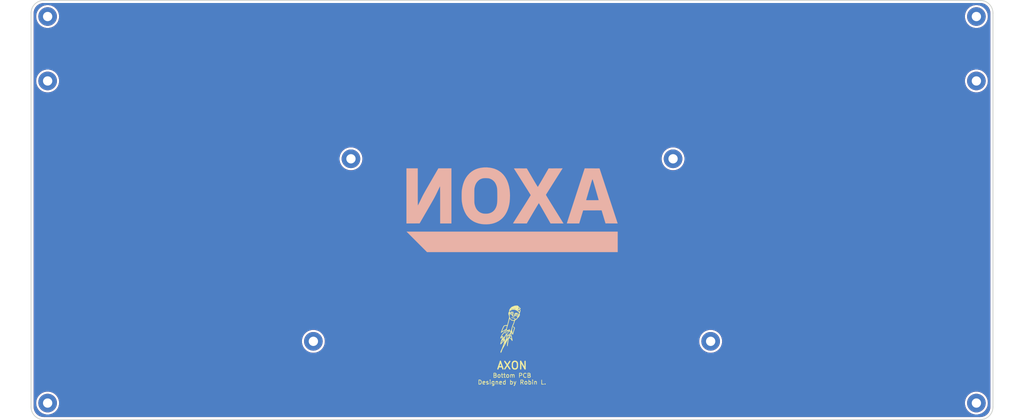
<source format=kicad_pcb>
(kicad_pcb (version 20171130) (host pcbnew "(5.1.9)-1")

  (general
    (thickness 1.6)
    (drawings 276)
    (tracks 0)
    (zones 0)
    (modules 12)
    (nets 1)
  )

  (page A4)
  (layers
    (0 F.Cu signal)
    (31 B.Cu signal)
    (32 B.Adhes user)
    (33 F.Adhes user)
    (34 B.Paste user)
    (35 F.Paste user)
    (36 B.SilkS user)
    (37 F.SilkS user)
    (38 B.Mask user)
    (39 F.Mask user)
    (40 Dwgs.User user)
    (41 Cmts.User user)
    (42 Eco1.User user)
    (43 Eco2.User user)
    (44 Edge.Cuts user)
    (45 Margin user)
    (46 B.CrtYd user)
    (47 F.CrtYd user)
    (48 B.Fab user)
    (49 F.Fab user)
  )

  (setup
    (last_trace_width 0.25)
    (trace_clearance 0.2)
    (zone_clearance 0.508)
    (zone_45_only no)
    (trace_min 0.2)
    (via_size 0.8)
    (via_drill 0.4)
    (via_min_size 0.4)
    (via_min_drill 0.3)
    (uvia_size 0.3)
    (uvia_drill 0.1)
    (uvias_allowed no)
    (uvia_min_size 0.2)
    (uvia_min_drill 0.1)
    (edge_width 0.05)
    (segment_width 0.2)
    (pcb_text_width 0.3)
    (pcb_text_size 1.5 1.5)
    (mod_edge_width 0.12)
    (mod_text_size 1 1)
    (mod_text_width 0.15)
    (pad_size 1.524 1.524)
    (pad_drill 0.762)
    (pad_to_mask_clearance 0)
    (aux_axis_origin 0 0)
    (visible_elements 7EFFFFFF)
    (pcbplotparams
      (layerselection 0x010fc_ffffffff)
      (usegerberextensions false)
      (usegerberattributes true)
      (usegerberadvancedattributes true)
      (creategerberjobfile true)
      (excludeedgelayer true)
      (linewidth 0.100000)
      (plotframeref false)
      (viasonmask false)
      (mode 1)
      (useauxorigin false)
      (hpglpennumber 1)
      (hpglpenspeed 20)
      (hpglpendiameter 15.000000)
      (psnegative false)
      (psa4output false)
      (plotreference true)
      (plotvalue true)
      (plotinvisibletext false)
      (padsonsilk false)
      (subtractmaskfromsilk false)
      (outputformat 1)
      (mirror false)
      (drillshape 0)
      (scaleselection 1)
      (outputdirectory "./export"))
  )

  (net 0 "")

  (net_class Default "This is the default net class."
    (clearance 0.2)
    (trace_width 0.25)
    (via_dia 0.8)
    (via_drill 0.4)
    (uvia_dia 0.3)
    (uvia_drill 0.1)
  )

  (module personal:axon_logo_horiz_flip_smaller (layer B.Cu) (tedit 0) (tstamp 605BFF43)
    (at 104.775 16.51)
    (fp_text reference G*** (at 0 0) (layer B.SilkS) hide
      (effects (font (size 1.524 1.524) (thickness 0.3)) (justify mirror))
    )
    (fp_text value LOGO (at 0.75 0) (layer B.SilkS) hide
      (effects (font (size 1.524 1.524) (thickness 0.3)) (justify mirror))
    )
    (fp_poly (pts (xy -5.370778 3.401523) (xy -4.769353 3.302282) (xy -4.200902 3.147864) (xy -3.667032 2.939114)
      (xy -3.169354 2.676879) (xy -2.709478 2.362004) (xy -2.289013 1.995337) (xy -1.909569 1.577724)
      (xy -1.572755 1.110011) (xy -1.28429 0.601268) (xy -1.05663 0.099551) (xy -0.87331 -0.412496)
      (xy -0.747182 -0.866666) (xy -0.677249 -1.169264) (xy -0.62112 -1.457196) (xy -0.576309 -1.748033)
      (xy -0.540332 -2.059343) (xy -0.510704 -2.408694) (xy -0.494255 -2.655003) (xy -0.474128 -3.378783)
      (xy -0.501589 -4.09866) (xy -0.575485 -4.800807) (xy -0.694665 -5.471395) (xy -0.748019 -5.700749)
      (xy -0.933373 -6.332352) (xy -1.164064 -6.91804) (xy -1.439149 -7.456708) (xy -1.757686 -7.947253)
      (xy -2.118733 -8.388571) (xy -2.521347 -8.77956) (xy -2.964586 -9.119115) (xy -3.447507 -9.406133)
      (xy -3.969169 -9.639511) (xy -4.174206 -9.712845) (xy -4.711298 -9.862385) (xy -5.282331 -9.965307)
      (xy -5.872095 -10.020037) (xy -6.465378 -10.024995) (xy -6.9 -9.995463) (xy -7.508086 -9.906817)
      (xy -8.072957 -9.769016) (xy -8.598106 -9.580476) (xy -9.087022 -9.339613) (xy -9.543197 -9.044843)
      (xy -9.970123 -8.694583) (xy -10.151815 -8.520261) (xy -10.515017 -8.117848) (xy -10.833813 -7.683287)
      (xy -11.110159 -7.21229) (xy -11.346013 -6.700571) (xy -11.543329 -6.143844) (xy -11.704066 -5.537821)
      (xy -11.83018 -4.878217) (xy -11.838539 -4.824901) (xy -11.860696 -4.672863) (xy -11.878066 -4.529558)
      (xy -11.891234 -4.383589) (xy -11.900784 -4.223556) (xy -11.907304 -4.038062) (xy -11.911378 -3.815706)
      (xy -11.913591 -3.54509) (xy -11.91428 -3.35) (xy -11.914196 -3.283333) (xy -8.916666 -3.283333)
      (xy -8.916461 -3.6673) (xy -8.915711 -3.991027) (xy -8.914217 -4.260939) (xy -8.911779 -4.483462)
      (xy -8.908197 -4.665022) (xy -8.903271 -4.812044) (xy -8.896801 -4.930954) (xy -8.888586 -5.028177)
      (xy -8.878428 -5.110139) (xy -8.866126 -5.183266) (xy -8.855983 -5.233333) (xy -8.757914 -5.622373)
      (xy -8.639478 -5.958274) (xy -8.494728 -6.252988) (xy -8.317719 -6.518463) (xy -8.102506 -6.766651)
      (xy -8.083333 -6.786246) (xy -7.843165 -7.006026) (xy -7.599343 -7.176709) (xy -7.334301 -7.307869)
      (xy -7.030475 -7.409082) (xy -6.865937 -7.449785) (xy -6.719424 -7.471648) (xy -6.525118 -7.484815)
      (xy -6.300542 -7.48966) (xy -6.063216 -7.486559) (xy -5.830661 -7.475887) (xy -5.620398 -7.458018)
      (xy -5.449949 -7.433328) (xy -5.383333 -7.418047) (xy -5.008957 -7.280827) (xy -4.668369 -7.087647)
      (xy -4.365259 -6.842035) (xy -4.103319 -6.547518) (xy -3.886239 -6.207622) (xy -3.718003 -5.826694)
      (xy -3.665526 -5.674383) (xy -3.621646 -5.532197) (xy -3.585513 -5.392168) (xy -3.556276 -5.246326)
      (xy -3.533084 -5.086703) (xy -3.515087 -4.905329) (xy -3.501433 -4.694236) (xy -3.491272 -4.445453)
      (xy -3.483752 -4.151012) (xy -3.478023 -3.802943) (xy -3.474922 -3.55) (xy -3.471331 -3.071498)
      (xy -3.47258 -2.652792) (xy -3.479517 -2.287128) (xy -3.492991 -1.967754) (xy -3.513852 -1.687918)
      (xy -3.542947 -1.440867) (xy -3.581128 -1.219849) (xy -3.629241 -1.018111) (xy -3.688138 -0.828901)
      (xy -3.758665 -0.645466) (xy -3.841674 -0.461055) (xy -3.87089 -0.400979) (xy -4.075408 -0.057656)
      (xy -4.325113 0.236947) (xy -4.618486 0.481677) (xy -4.954009 0.675384) (xy -5.330163 0.816917)
      (xy -5.55 0.871318) (xy -5.823497 0.911327) (xy -6.126916 0.928077) (xy -6.437911 0.922132)
      (xy -6.734134 0.89406) (xy -6.993239 0.844426) (xy -7.032421 0.833761) (xy -7.41383 0.691979)
      (xy -7.754952 0.497349) (xy -8.055141 0.250622) (xy -8.313754 -0.047451) (xy -8.530147 -0.39612)
      (xy -8.703674 -0.794634) (xy -8.833693 -1.242242) (xy -8.840734 -1.273519) (xy -8.857924 -1.353301)
      (xy -8.872305 -1.428248) (xy -8.884127 -1.504982) (xy -8.89364 -1.590127) (xy -8.901095 -1.690309)
      (xy -8.906742 -1.812149) (xy -8.910831 -1.962274) (xy -8.913612 -2.147306) (xy -8.915335 -2.37387)
      (xy -8.916252 -2.648589) (xy -8.916612 -2.978088) (xy -8.916666 -3.283333) (xy -11.914196 -3.283333)
      (xy -11.913829 -2.993898) (xy -11.909941 -2.691471) (xy -11.901588 -2.429769) (xy -11.887742 -2.195842)
      (xy -11.867376 -1.976743) (xy -11.839461 -1.759521) (xy -11.802969 -1.531227) (xy -11.756872 -1.278914)
      (xy -11.744908 -1.216666) (xy -11.634597 -0.745923) (xy -11.486834 -0.268684) (xy -11.307835 0.200002)
      (xy -11.103811 0.645085) (xy -10.880976 1.051515) (xy -10.685265 1.35) (xy -10.329628 1.789268)
      (xy -9.929924 2.179315) (xy -9.488168 2.519099) (xy -9.006375 2.807576) (xy -8.486559 3.043705)
      (xy -7.930735 3.226441) (xy -7.340916 3.354741) (xy -6.719117 3.427564) (xy -6.666107 3.431084)
      (xy -6.003566 3.444739) (xy -5.370778 3.401523)) (layer B.SilkS) (width 0.01))
    (fp_poly (pts (xy -23.413188 3.22533) (xy -21.859709 3.216667) (xy -20.092582 0.166667) (xy -19.808167 -0.324363)
      (xy -19.554648 -0.762514) (xy -19.329411 -1.152541) (xy -19.129846 -1.499199) (xy -18.95334 -1.807244)
      (xy -18.797282 -2.081431) (xy -18.659059 -2.326514) (xy -18.536061 -2.54725) (xy -18.425674 -2.748393)
      (xy -18.325288 -2.934699) (xy -18.23229 -3.110923) (xy -18.144068 -3.28182) (xy -18.05801 -3.452146)
      (xy -17.971505 -3.626655) (xy -17.881941 -3.810103) (xy -17.786706 -4.007245) (xy -17.694137 -4.2)
      (xy -17.561261 -4.476372) (xy -17.436478 -4.734468) (xy -17.322878 -4.968002) (xy -17.223551 -5.170687)
      (xy -17.141587 -5.336236) (xy -17.080076 -5.458363) (xy -17.042108 -5.530782) (xy -17.031409 -5.548333)
      (xy -17.02674 -5.520163) (xy -17.022403 -5.427093) (xy -17.018409 -5.270886) (xy -17.014771 -5.053308)
      (xy -17.011502 -4.776124) (xy -17.008614 -4.441099) (xy -17.006121 -4.049997) (xy -17.004034 -3.604584)
      (xy -17.002367 -3.106625) (xy -17.001133 -2.557883) (xy -17.000343 -1.960126) (xy -17.00001 -1.315116)
      (xy -17 -1.173333) (xy -17 3.233334) (xy -14.333333 3.233334) (xy -14.333333 -9.8)
      (xy -17.418591 -9.8) (xy -19.207763 -6.708333) (xy -19.493885 -6.213779) (xy -19.749092 -5.772212)
      (xy -19.975944 -5.378966) (xy -20.177003 -5.029376) (xy -20.35483 -4.718777) (xy -20.511988 -4.442504)
      (xy -20.651037 -4.195892) (xy -20.774539 -3.974276) (xy -20.885056 -3.77299) (xy -20.985148 -3.58737)
      (xy -21.077378 -3.412749) (xy -21.164307 -3.244464) (xy -21.248496 -3.077848) (xy -21.332508 -2.908238)
      (xy -21.418902 -2.730967) (xy -21.510241 -2.54137) (xy -21.608765 -2.335456) (xy -21.739401 -2.063489)
      (xy -21.862336 -1.810605) (xy -21.974413 -1.58308) (xy -22.072471 -1.38719) (xy -22.153351 -1.229214)
      (xy -22.213894 -1.115426) (xy -22.250941 -1.052105) (xy -22.260297 -1.041011) (xy -22.266277 -1.053607)
      (xy -22.271677 -1.097319) (xy -22.276522 -1.174759) (xy -22.280836 -1.288537) (xy -22.284642 -1.441264)
      (xy -22.287963 -1.635551) (xy -22.290824 -1.874009) (xy -22.293248 -2.159249) (xy -22.29526 -2.493882)
      (xy -22.296882 -2.880518) (xy -22.298138 -3.321768) (xy -22.299052 -3.820244) (xy -22.299649 -4.378557)
      (xy -22.29995 -4.999316) (xy -22.3 -5.413888) (xy -22.3 -9.8) (xy -24.966666 -9.8)
      (xy -24.966666 3.233993) (xy -23.413188 3.22533)) (layer B.SilkS) (width 0.01))
    (fp_poly (pts (xy 4.898845 0.833334) (xy 5.114351 0.467206) (xy 5.320695 0.118116) (xy 5.515333 -0.209717)
      (xy 5.695719 -0.512077) (xy 5.859309 -0.784745) (xy 6.003559 -1.023502) (xy 6.125924 -1.224132)
      (xy 6.22386 -1.382416) (xy 6.294821 -1.494136) (xy 6.336265 -1.555074) (xy 6.345962 -1.565508)
      (xy 6.367809 -1.537035) (xy 6.420013 -1.454827) (xy 6.500072 -1.323157) (xy 6.605487 -1.146297)
      (xy 6.733758 -0.928521) (xy 6.882384 -0.6741) (xy 7.048866 -0.387309) (xy 7.230704 -0.072419)
      (xy 7.425397 0.266295) (xy 7.630445 0.624562) (xy 7.75 0.834135) (xy 9.116667 3.23262)
      (xy 10.644959 3.232977) (xy 12.173252 3.233334) (xy 12.108785 3.125) (xy 12.083028 3.082913)
      (xy 12.024397 2.987874) (xy 11.935179 2.843573) (xy 11.81766 2.653698) (xy 11.674126 2.421939)
      (xy 11.506864 2.151984) (xy 11.318161 1.847524) (xy 11.110301 1.512248) (xy 10.885573 1.149844)
      (xy 10.646261 0.764001) (xy 10.394654 0.35841) (xy 10.133036 -0.063241) (xy 10.018242 -0.248232)
      (xy 9.693637 -0.771696) (xy 9.403031 -1.241196) (xy 9.144937 -1.659205) (xy 8.917867 -2.028197)
      (xy 8.720336 -2.350645) (xy 8.550855 -2.629022) (xy 8.407939 -2.865803) (xy 8.290101 -3.063461)
      (xy 8.195854 -3.224469) (xy 8.123711 -3.351301) (xy 8.072185 -3.44643) (xy 8.039791 -3.512331)
      (xy 8.02504 -3.551476) (xy 8.024742 -3.564899) (xy 8.047465 -3.600874) (xy 8.102976 -3.688699)
      (xy 8.188432 -3.823878) (xy 8.300989 -4.001913) (xy 8.437803 -4.218307) (xy 8.596033 -4.468566)
      (xy 8.772834 -4.748191) (xy 8.965363 -5.052688) (xy 9.170777 -5.377558) (xy 9.386233 -5.718305)
      (xy 9.608888 -6.070434) (xy 9.835898 -6.429447) (xy 10.06442 -6.790848) (xy 10.29161 -7.150141)
      (xy 10.514627 -7.502829) (xy 10.730625 -7.844415) (xy 10.936763 -8.170404) (xy 11.130197 -8.476297)
      (xy 11.308083 -8.7576) (xy 11.467579 -9.009815) (xy 11.605841 -9.228446) (xy 11.720026 -9.408997)
      (xy 11.807291 -9.546971) (xy 11.864792 -9.637871) (xy 11.888488 -9.675311) (xy 11.967896 -9.800623)
      (xy 8.657272 -9.783333) (xy 7.398979 -7.6) (xy 7.196876 -7.250249) (xy 7.003739 -6.917817)
      (xy 6.822223 -6.607162) (xy 6.654982 -6.322744) (xy 6.504672 -6.069022) (xy 6.373945 -5.850455)
      (xy 6.265458 -5.671501) (xy 6.181864 -5.536621) (xy 6.125819 -5.450273) (xy 6.099977 -5.416917)
      (xy 6.099201 -5.416666) (xy 6.076139 -5.444752) (xy 6.022274 -5.526054) (xy 5.940286 -5.656138)
      (xy 5.832852 -5.83057) (xy 5.702651 -6.044915) (xy 5.552361 -6.294739) (xy 5.384659 -6.575608)
      (xy 5.202224 -6.883088) (xy 5.007734 -7.212744) (xy 4.803867 -7.560144) (xy 4.780546 -7.6)
      (xy 3.503376 -9.783333) (xy 1.963995 -9.792002) (xy 1.593107 -9.793774) (xy 1.28414 -9.794476)
      (xy 1.032353 -9.794003) (xy 0.833007 -9.792251) (xy 0.681361 -9.789114) (xy 0.572678 -9.784487)
      (xy 0.502216 -9.778266) (xy 0.465236 -9.770346) (xy 0.456998 -9.760621) (xy 0.458204 -9.758669)
      (xy 0.481913 -9.723208) (xy 0.538169 -9.63604) (xy 0.624189 -9.501568) (xy 0.737192 -9.3242)
      (xy 0.874396 -9.108341) (xy 1.033017 -8.858397) (xy 1.210273 -8.578774) (xy 1.403383 -8.273877)
      (xy 1.609563 -7.948113) (xy 1.826031 -7.605887) (xy 2.050006 -7.251606) (xy 2.278704 -6.889675)
      (xy 2.509343 -6.5245) (xy 2.739141 -6.160488) (xy 2.965316 -5.802043) (xy 3.185085 -5.453571)
      (xy 3.395666 -5.11948) (xy 3.594276 -4.804174) (xy 3.778133 -4.512059) (xy 3.944456 -4.247542)
      (xy 4.09046 -4.015028) (xy 4.213365 -3.818923) (xy 4.310387 -3.663632) (xy 4.378745 -3.553563)
      (xy 4.415655 -3.49312) (xy 4.421495 -3.482771) (xy 4.406134 -3.449552) (xy 4.357141 -3.363649)
      (xy 4.276714 -3.228601) (xy 4.16705 -3.047945) (xy 4.030346 -2.825218) (xy 3.868799 -2.563957)
      (xy 3.684606 -2.267702) (xy 3.479964 -1.939988) (xy 3.257069 -1.584353) (xy 3.01812 -1.204336)
      (xy 2.765312 -0.803473) (xy 2.500844 -0.385303) (xy 2.348347 -0.144696) (xy 2.077906 0.281807)
      (xy 1.817379 0.692941) (xy 1.568999 1.085166) (xy 1.335002 1.454942) (xy 1.117622 1.798727)
      (xy 0.919095 2.11298) (xy 0.741655 2.394162) (xy 0.587538 2.638732) (xy 0.458978 2.843148)
      (xy 0.35821 3.003871) (xy 0.287469 3.11736) (xy 0.24899 3.180074) (xy 0.242377 3.191667)
      (xy 0.251185 3.201512) (xy 0.288936 3.209778) (xy 0.360191 3.216583) (xy 0.469511 3.222044)
      (xy 0.621455 3.226279) (xy 0.820584 3.229405) (xy 1.071458 3.231541) (xy 1.378638 3.232804)
      (xy 1.746684 3.233311) (xy 1.85765 3.233334) (xy 3.4891 3.233334) (xy 4.898845 0.833334)) (layer B.SilkS) (width 0.01))
    (fp_poly (pts (xy 24.679907 2.275352) (xy 24.635473 2.13951) (xy 24.571464 1.944338) (xy 24.489191 1.693816)
      (xy 24.389964 1.391925) (xy 24.275093 1.042646) (xy 24.14589 0.649958) (xy 24.003664 0.217844)
      (xy 23.849726 -0.249718) (xy 23.685387 -0.748746) (xy 23.511958 -1.27526) (xy 23.330748 -1.825279)
      (xy 23.143069 -2.394823) (xy 22.95023 -2.979911) (xy 22.753543 -3.576563) (xy 22.554318 -4.180798)
      (xy 22.536995 -4.233333) (xy 20.706873 -9.783333) (xy 18.952724 -9.791961) (xy 17.198574 -9.80059)
      (xy 17.168425 -9.72129) (xy 17.153697 -9.678026) (xy 17.119785 -9.575602) (xy 17.067869 -9.41765)
      (xy 16.999131 -9.207806) (xy 16.91475 -8.949704) (xy 16.81591 -8.646978) (xy 16.703789 -8.303262)
      (xy 16.579569 -7.922191) (xy 16.444432 -7.507399) (xy 16.299557 -7.06252) (xy 16.146127 -6.591188)
      (xy 15.985322 -6.097039) (xy 15.818322 -5.583705) (xy 15.646309 -5.054821) (xy 15.470465 -4.514023)
      (xy 15.291968 -3.964943) (xy 15.112002 -3.411216) (xy 14.931746 -2.856477) (xy 14.752382 -2.304359)
      (xy 14.748159 -2.291354) (xy 17.533334 -2.291354) (xy 17.542515 -2.326507) (xy 17.569099 -2.42066)
      (xy 17.611646 -2.568867) (xy 17.668716 -2.766181) (xy 17.738869 -3.007654) (xy 17.820665 -3.288339)
      (xy 17.912663 -3.603289) (xy 18.013424 -3.947556) (xy 18.121507 -4.316194) (xy 18.235473 -4.704255)
      (xy 18.256178 -4.774688) (xy 18.396648 -5.251483) (xy 18.519889 -5.667526) (xy 18.626961 -6.026177)
      (xy 18.71892 -6.330792) (xy 18.796827 -6.58473) (xy 18.86174 -6.791349) (xy 18.914717 -6.954007)
      (xy 18.956817 -7.076063) (xy 18.9891 -7.160873) (xy 19.012623 -7.211796) (xy 19.028445 -7.232191)
      (xy 19.031178 -7.232917) (xy 19.045297 -7.219014) (xy 19.066757 -7.175237) (xy 19.096601 -7.098227)
      (xy 19.13587 -6.984623) (xy 19.185606 -6.831066) (xy 19.246851 -6.634196) (xy 19.320646 -6.390653)
      (xy 19.408032 -6.097077) (xy 19.510053 -5.750107) (xy 19.627749 -5.346385) (xy 19.762162 -4.88255)
      (xy 19.793364 -4.774583) (xy 19.906256 -4.383389) (xy 20.01357 -4.010763) (xy 20.11389 -3.661664)
      (xy 20.205802 -3.341051) (xy 20.287891 -3.053881) (xy 20.358742 -2.805115) (xy 20.416942 -2.599711)
      (xy 20.461074 -2.442628) (xy 20.489725 -2.338824) (xy 20.50148 -2.293259) (xy 20.501697 -2.291666)
      (xy 20.469345 -2.286063) (xy 20.378537 -2.281183) (xy 20.237429 -2.277029) (xy 20.054179 -2.2736)
      (xy 19.836943 -2.270898) (xy 19.593877 -2.268923) (xy 19.33314 -2.267677) (xy 19.062887 -2.267159)
      (xy 18.791275 -2.267372) (xy 18.526461 -2.268316) (xy 18.276602 -2.269991) (xy 18.049854 -2.272399)
      (xy 17.854375 -2.27554) (xy 17.698321 -2.279416) (xy 17.589849 -2.284027) (xy 17.537116 -2.289373)
      (xy 17.533334 -2.291354) (xy 14.748159 -2.291354) (xy 14.575091 -1.758498) (xy 14.401053 -1.222526)
      (xy 14.231449 -0.70008) (xy 14.067461 -0.194792) (xy 13.910269 0.289703) (xy 13.761055 0.74977)
      (xy 13.620999 1.181776) (xy 13.491282 1.582086) (xy 13.373085 1.947065) (xy 13.26759 2.27308)
      (xy 13.175976 2.556496) (xy 13.099425 2.793679) (xy 13.039119 2.980994) (xy 12.996237 3.114808)
      (xy 12.971962 3.191486) (xy 12.966667 3.209278) (xy 12.998878 3.21429) (xy 13.091026 3.218948)
      (xy 13.236381 3.223142) (xy 13.428212 3.226761) (xy 13.65979 3.229696) (xy 13.924385 3.231835)
      (xy 14.215267 3.233069) (xy 14.432402 3.233334) (xy 15.898138 3.233334) (xy 15.949238 3.058334)
      (xy 15.969746 2.989183) (xy 16.007227 2.863904) (xy 16.05937 2.690189) (xy 16.123861 2.475724)
      (xy 16.198387 2.228199) (xy 16.280636 1.955303) (xy 16.368294 1.664726) (xy 16.412989 1.516667)
      (xy 16.82564 0.15) (xy 19.011471 0.141428) (xy 21.197302 0.132855) (xy 21.231671 0.258095)
      (xy 21.248355 0.315762) (xy 21.282175 0.430055) (xy 21.330978 0.593787) (xy 21.392611 0.799768)
      (xy 21.464921 1.04081) (xy 21.545756 1.309725) (xy 21.632961 1.599323) (xy 21.693475 1.8)
      (xy 22.120909 3.216667) (xy 23.556802 3.225352) (xy 24.992696 3.234037) (xy 24.679907 2.275352)) (layer B.SilkS) (width 0.01))
    (fp_poly (pts (xy 25 5.166667) (xy -24.949827 5.166667) (xy -22.533333 7.583334) (xy -20.116839 10)
      (xy 25 10) (xy 25 5.166667)) (layer B.SilkS) (width 0.01))
  )

  (module personal:meme_logo (layer F.Cu) (tedit 0) (tstamp 605AF9EB)
    (at 104.775 44.45)
    (fp_text reference G*** (at 0 0) (layer F.SilkS) hide
      (effects (font (size 1.524 1.524) (thickness 0.3)))
    )
    (fp_text value LOGO (at 0.75 0) (layer F.SilkS) hide
      (effects (font (size 1.524 1.524) (thickness 0.3)))
    )
    (fp_poly (pts (xy -0.097857 -3.850304) (xy 0 -3.838012) (xy 0.180898 -3.808594) (xy 0.30511 -3.776934)
      (xy 0.379446 -3.74041) (xy 0.410717 -3.696401) (xy 0.41275 -3.679149) (xy 0.387195 -3.63293)
      (xy 0.312114 -3.623598) (xy 0.1905 -3.65125) (xy 0.113745 -3.666231) (xy 0.003738 -3.676882)
      (xy -0.06755 -3.679836) (xy -0.196858 -3.692701) (xy -0.280098 -3.723424) (xy -0.311656 -3.768193)
      (xy -0.285916 -3.823194) (xy -0.283023 -3.826145) (xy -0.247698 -3.848296) (xy -0.190984 -3.856139)
      (xy -0.097857 -3.850304)) (layer F.SilkS) (width 0.01))
    (fp_poly (pts (xy 0.015875 -2.483333) (xy 0.195288 -2.467438) (xy 0.351249 -2.439694) (xy 0.476378 -2.403148)
      (xy 0.563301 -2.360848) (xy 0.60464 -2.31584) (xy 0.593018 -2.271171) (xy 0.5715 -2.253833)
      (xy 0.51157 -2.225102) (xy 0.472155 -2.237623) (xy 0.46564 -2.243693) (xy 0.424907 -2.25982)
      (xy 0.341553 -2.279549) (xy 0.261911 -2.293918) (xy 0.08901 -2.321589) (xy -0.030897 -2.342146)
      (xy -0.107505 -2.358585) (xy -0.150509 -2.373904) (xy -0.169604 -2.391101) (xy -0.174486 -2.413172)
      (xy -0.174625 -2.428875) (xy -0.168469 -2.463918) (xy -0.14027 -2.481692) (xy -0.075432 -2.48637)
      (xy 0.015875 -2.483333)) (layer F.SilkS) (width 0.01))
    (fp_poly (pts (xy 1.53283 -5.089207) (xy 1.651758 -4.972515) (xy 1.781188 -4.848626) (xy 1.895012 -4.742501)
      (xy 1.905 -4.733401) (xy 1.99482 -4.648372) (xy 2.042677 -4.591395) (xy 2.056136 -4.550786)
      (xy 2.044632 -4.51782) (xy 1.986881 -4.468431) (xy 1.933507 -4.45025) (xy 1.852811 -4.428894)
      (xy 1.833271 -4.397169) (xy 1.87585 -4.357134) (xy 1.886964 -4.350907) (xy 1.967753 -4.273871)
      (xy 2.004518 -4.158997) (xy 1.996634 -4.03225) (xy 1.964265 -3.897856) (xy 1.92044 -3.740711)
      (xy 1.872305 -3.584482) (xy 1.827003 -3.452832) (xy 1.804923 -3.39725) (xy 1.776181 -3.322446)
      (xy 1.777143 -3.280834) (xy 1.809374 -3.248682) (xy 1.814988 -3.244638) (xy 1.858582 -3.195637)
      (xy 1.869599 -3.125615) (xy 1.848009 -3.022132) (xy 1.814194 -2.92501) (xy 1.756292 -2.801956)
      (xy 1.678237 -2.675133) (xy 1.590173 -2.557156) (xy 1.502246 -2.460638) (xy 1.424602 -2.398195)
      (xy 1.376871 -2.381251) (xy 1.338286 -2.354225) (xy 1.315062 -2.30297) (xy 1.277182 -2.233631)
      (xy 1.200083 -2.142598) (xy 1.097776 -2.042798) (xy 0.984275 -1.947158) (xy 0.873591 -1.868604)
      (xy 0.800998 -1.828741) (xy 0.706416 -1.774171) (xy 0.668269 -1.718749) (xy 0.66675 -1.703995)
      (xy 0.657674 -1.626977) (xy 0.637659 -1.54213) (xy 0.569996 -1.320207) (xy 0.512113 -1.143259)
      (xy 0.457979 -0.994759) (xy 0.401563 -0.858182) (xy 0.336834 -0.717001) (xy 0.335584 -0.714375)
      (xy 0.24978 -0.514293) (xy 0.173623 -0.298513) (xy 0.108975 -0.076858) (xy 0.057694 0.140853)
      (xy 0.021641 0.344796) (xy 0.002675 0.525152) (xy 0.002655 0.672099) (xy 0.023442 0.775815)
      (xy 0.046389 0.812925) (xy 0.078873 0.865348) (xy 0.062719 0.905815) (xy 0.044045 0.959932)
      (xy 0.056092 1.050692) (xy 0.062486 1.075736) (xy 0.097351 1.17675) (xy 0.130485 1.219788)
      (xy 0.159234 1.203056) (xy 0.175891 1.152236) (xy 0.202951 1.053288) (xy 0.227453 0.98425)
      (xy 0.278616 0.848289) (xy 0.332348 0.681597) (xy 0.392528 0.471705) (xy 0.428383 0.338616)
      (xy 0.511118 0.026358) (xy 0.382559 -0.113112) (xy 0.29946 -0.209646) (xy 0.261378 -0.273715)
      (xy 0.265128 -0.314189) (xy 0.301814 -0.337842) (xy 0.354133 -0.32682) (xy 0.434249 -0.270933)
      (xy 0.48405 -0.22572) (xy 0.559912 -0.155765) (xy 0.618515 -0.108413) (xy 0.642611 -0.095251)
      (xy 0.660486 -0.067521) (xy 0.665937 0.002213) (xy 0.659392 0.093769) (xy 0.641278 0.186965)
      (xy 0.636275 0.20412) (xy 0.52628 0.559311) (xy 0.436261 0.857241) (xy 0.365424 1.100658)
      (xy 0.312975 1.292309) (xy 0.27812 1.434941) (xy 0.271718 1.464935) (xy 0.24249 1.534119)
      (xy 0.206649 1.567126) (xy 0.137007 1.573209) (xy 0.080662 1.547064) (xy 0.0635 1.510691)
      (xy 0.05096 1.459786) (xy 0.019559 1.378354) (xy 0.005781 1.347401) (xy -0.039829 1.247956)
      (xy -0.080227 1.158843) (xy -0.08732 1.143) (xy -0.108219 1.102118) (xy -0.11914 1.10594)
      (xy -0.12371 1.161797) (xy -0.124852 1.218874) (xy -0.136793 1.334033) (xy -0.166641 1.402921)
      (xy -0.173645 1.409374) (xy -0.194415 1.428607) (xy -0.204282 1.455148) (xy -0.201831 1.500646)
      (xy -0.185646 1.576748) (xy -0.154311 1.695102) (xy -0.126915 1.793875) (xy -0.103321 1.885534)
      (xy -0.07248 2.01484) (xy -0.040195 2.157292) (xy -0.03287 2.19075) (xy 0.004056 2.360447)
      (xy 0.045263 2.54941) (xy 0.082036 2.717666) (xy 0.083122 2.722623) (xy 0.110268 2.851692)
      (xy 0.122901 2.933927) (xy 0.121238 2.98426) (xy 0.105497 3.017625) (xy 0.08771 3.037396)
      (xy 0.038747 3.071853) (xy -0.006106 3.055848) (xy -0.014282 3.049322) (xy -0.05513 3.00207)
      (xy -0.0635 2.978395) (xy -0.081469 2.93425) (xy -0.127676 2.857418) (xy -0.190577 2.764704)
      (xy -0.258625 2.672914) (xy -0.320274 2.598852) (xy -0.334645 2.583752) (xy -0.451042 2.492041)
      (xy -0.58158 2.447058) (xy -0.632688 2.439996) (xy -0.708782 2.43896) (xy -0.747491 2.467004)
      (xy -0.769093 2.524125) (xy -0.786166 2.601626) (xy -0.805942 2.71893) (xy -0.824542 2.852682)
      (xy -0.82707 2.873375) (xy -0.84602 3.023452) (xy -0.866881 3.175968) (xy -0.885242 3.298703)
      (xy -0.885775 3.302) (xy -0.90553 3.428737) (xy -0.929471 3.591769) (xy -0.958741 3.799097)
      (xy -0.994482 4.058725) (xy -1.008164 4.15925) (xy -1.025792 4.261476) (xy -1.047727 4.314609)
      (xy -1.08113 4.33299) (xy -1.095375 4.333875) (xy -1.139166 4.307743) (xy -1.165121 4.228548)
      (xy -1.173158 4.095092) (xy -1.163195 3.906174) (xy -1.135147 3.660595) (xy -1.088933 3.357156)
      (xy -1.024469 2.994657) (xy -0.990404 2.816662) (xy -0.975749 2.73207) (xy -0.970847 2.682887)
      (xy -0.973384 2.6773) (xy -0.9899 2.707083) (xy -1.030643 2.784788) (xy -1.09115 2.901688)
      (xy -1.166957 3.049056) (xy -1.253601 3.218165) (xy -1.346618 3.400288) (xy -1.441543 3.586698)
      (xy -1.533914 3.76867) (xy -1.619266 3.937474) (xy -1.693136 4.084386) (xy -1.694728 4.087564)
      (xy -1.730197 4.141753) (xy -1.754188 4.159002) (xy -1.77751 4.183474) (xy -1.778 4.189602)
      (xy -1.79319 4.231197) (xy -1.832657 4.308597) (xy -1.877907 4.38804) (xy -1.952925 4.516831)
      (xy -2.033724 4.659351) (xy -2.073252 4.73075) (xy -2.13387 4.838515) (xy -2.191106 4.935107)
      (xy -2.222709 4.98475) (xy -2.254443 5.047454) (xy -2.297746 5.154516) (xy -2.346236 5.289379)
      (xy -2.381757 5.3975) (xy -2.447928 5.586873) (xy -2.512682 5.733193) (xy -2.572812 5.830412)
      (xy -2.625108 5.872485) (xy -2.634435 5.87375) (xy -2.671375 5.854157) (xy -2.6924 5.83565)
      (xy -2.724547 5.773663) (xy -2.72353 5.680426) (xy -2.6881 5.55008) (xy -2.61701 5.37677)
      (xy -2.576021 5.289349) (xy -2.507566 5.145441) (xy -2.450157 5.019076) (xy -2.397435 4.894688)
      (xy -2.34304 4.756706) (xy -2.280613 4.589565) (xy -2.205162 4.3815) (xy -2.160158 4.2545)
      (xy -2.00025 4.2545) (xy -1.988634 4.280633) (xy -1.979084 4.275666) (xy -1.975284 4.237986)
      (xy -1.979084 4.233333) (xy -1.997959 4.237691) (xy -2.00025 4.2545) (xy -2.160158 4.2545)
      (xy -2.135714 4.185518) (xy -1.9645 4.185518) (xy -1.949271 4.18012) (xy -1.913552 4.134273)
      (xy -1.863281 4.055069) (xy -1.828551 3.994389) (xy -1.760872 3.822936) (xy -1.747341 3.708639)
      (xy -1.748742 3.64505) (xy -1.754458 3.619846) (xy -1.768696 3.638433) (xy -1.79566 3.706215)
      (xy -1.838593 3.825875) (xy -1.88326 3.951058) (xy -1.922281 4.059262) (xy -1.948887 4.131745)
      (xy -1.9533 4.143375) (xy -1.9645 4.185518) (xy -2.135714 4.185518) (xy -2.087483 4.049414)
      (xy -1.993099 3.771565) (xy -1.920691 3.543654) (xy -1.91969 3.540125) (xy -1.74625 3.540125)
      (xy -1.730375 3.556) (xy -1.7145 3.540125) (xy -1.730375 3.52425) (xy -1.74625 3.540125)
      (xy -1.91969 3.540125) (xy -1.887014 3.425036) (xy -1.579251 3.425036) (xy -1.555992 3.409818)
      (xy -1.551811 3.405716) (xy -1.526732 3.364088) (xy -1.530132 3.348784) (xy -1.55375 3.358312)
      (xy -1.569584 3.387943) (xy -1.579251 3.425036) (xy -1.887014 3.425036) (xy -1.868941 3.361384)
      (xy -1.844331 3.254375) (xy -1.68275 3.254375) (xy -1.666875 3.27025) (xy -1.651 3.254375)
      (xy -1.665002 3.240373) (xy -1.524 3.240373) (xy -1.513797 3.269221) (xy -1.490384 3.244055)
      (xy -1.480136 3.220975) (xy -1.477917 3.188201) (xy -1.492614 3.191099) (xy -1.522872 3.23175)
      (xy -1.524 3.240373) (xy -1.665002 3.240373) (xy -1.666875 3.2385) (xy -1.68275 3.254375)
      (xy -1.844331 3.254375) (xy -1.83653 3.220456) (xy -1.824148 3.13957) (xy -1.802678 2.936875)
      (xy -1.884251 3.048) (xy -1.942931 3.124511) (xy -1.990535 3.180797) (xy -2.000508 3.190875)
      (xy -2.048906 3.238779) (xy -2.08916 3.281287) (xy -2.134931 3.33022) (xy -2.211097 3.410818)
      (xy -2.304182 3.50884) (xy -2.344494 3.551162) (xy -2.440235 3.65381) (xy -2.523547 3.747145)
      (xy -2.581168 3.816153) (xy -2.594208 3.833812) (xy -2.654389 3.895787) (xy -2.705137 3.900941)
      (xy -2.739746 3.855895) (xy -2.75151 3.76727) (xy -2.743248 3.686675) (xy -2.704563 3.504182)
      (xy -2.700288 3.488178) (xy -2.535339 3.488178) (xy -2.518222 3.501558) (xy -2.472801 3.464711)
      (xy -2.439786 3.429) (xy -2.359001 3.338321) (xy -2.264267 3.232803) (xy -2.218466 3.182087)
      (xy -2.144879 3.092618) (xy -2.107903 3.018113) (xy -2.095945 2.932204) (xy -2.0955 2.902401)
      (xy -2.100157 2.815504) (xy -2.116185 2.782707) (xy -2.146667 2.805446) (xy -2.19469 2.885153)
      (xy -2.236684 2.96801) (xy -2.303874 3.084397) (xy -2.361159 3.138883) (xy -2.379931 3.14325)
      (xy -2.425428 3.166439) (xy -2.467447 3.241228) (xy -2.488721 3.300028) (xy -2.525166 3.421894)
      (xy -2.535339 3.488178) (xy -2.700288 3.488178) (xy -2.652817 3.310498) (xy -2.594496 3.126978)
      (xy -2.536084 2.974973) (xy -2.510706 2.921) (xy -2.489735 2.864738) (xy -2.461999 2.770962)
      (xy -2.443187 2.69875) (xy -2.418482 2.617798) (xy -2.2225 2.617798) (xy -2.210652 2.635794)
      (xy -2.195486 2.619375) (xy -1.966219 2.619375) (xy -1.964015 2.746375) (xy -1.919279 2.645251)
      (xy -1.770915 2.645251) (xy -1.753695 2.664135) (xy -1.717378 2.675449) (xy -1.7145 2.676199)
      (xy -1.682304 2.691185) (xy -1.66322 2.724512) (xy -1.653923 2.790005) (xy -1.651089 2.90149)
      (xy -1.651 2.940252) (xy -1.648059 3.051663) (xy -1.640244 3.128964) (xy -1.629063 3.159316)
      (xy -1.625437 3.157537) (xy -1.603704 3.114064) (xy -1.570334 3.02772) (xy -1.532188 2.916381)
      (xy -1.528556 2.905125) (xy -1.471846 2.734544) (xy -1.464395 2.714625) (xy -1.17982 2.714625)
      (xy -1.063908 2.484437) (xy -1.003625 2.369202) (xy -0.959015 2.300242) (xy -0.919568 2.265978)
      (xy -0.874778 2.254832) (xy -0.854998 2.25425) (xy -0.792702 2.242126) (xy -0.764027 2.20048)
      (xy -0.768077 2.121401) (xy -0.803958 1.996976) (xy -0.820579 1.950213) (xy -0.875103 1.809156)
      (xy -0.915424 1.725097) (xy -0.944144 1.693797) (xy -0.96386 1.711019) (xy -0.965174 1.7145)
      (xy -1.054431 1.979685) (xy -1.116278 2.198188) (xy -1.153133 2.379384) (xy -1.165573 2.492375)
      (xy -1.17982 2.714625) (xy -1.464395 2.714625) (xy -1.424608 2.608278) (xy -1.380157 2.50923)
      (xy -1.354729 2.460625) (xy -1.339842 2.404357) (xy -1.326067 2.300202) (xy -1.315067 2.163769)
      (xy -1.309079 2.032) (xy -1.298292 1.666875) (xy -1.404081 1.785352) (xy -1.447206 1.836385)
      (xy -1.484234 1.889427) (xy -1.520268 1.955243) (xy -1.560415 2.0446) (xy -1.60978 2.168265)
      (xy -1.673466 2.337004) (xy -1.701625 2.412862) (xy -1.745517 2.532646) (xy -1.768402 2.605765)
      (xy -1.770915 2.645251) (xy -1.919279 2.645251) (xy -1.907831 2.619375) (xy -1.865862 2.51446)
      (xy -1.832917 2.415124) (xy -1.828109 2.397125) (xy -1.804572 2.301875) (xy -1.886497 2.397125)
      (xy -1.950338 2.502133) (xy -1.966219 2.619375) (xy -2.195486 2.619375) (xy -2.178999 2.601527)
      (xy -2.1416 2.537049) (xy -2.111828 2.467558) (xy -2.105189 2.425489) (xy -2.106693 2.422973)
      (xy -2.127958 2.437977) (xy -2.162833 2.488129) (xy -2.198023 2.55106) (xy -2.22023 2.604403)
      (xy -2.2225 2.617798) (xy -2.418482 2.617798) (xy -2.409001 2.586735) (xy -2.368306 2.490101)
      (xy -2.344898 2.450703) (xy -2.299072 2.374373) (xy -2.260031 2.283714) (xy -2.235051 2.199783)
      (xy -2.231408 2.143639) (xy -2.235837 2.13508) (xy -2.265104 2.147277) (xy -2.326487 2.196656)
      (xy -2.408868 2.273891) (xy -2.446511 2.311832) (xy -2.560699 2.422771) (xy -2.643409 2.4863)
      (xy -2.701091 2.505938) (xy -2.740197 2.485203) (xy -2.746888 2.475671) (xy -2.749771 2.423994)
      (xy -2.730202 2.3304) (xy -2.693389 2.210132) (xy -2.644538 2.078432) (xy -2.588856 1.950543)
      (xy -2.53155 1.841708) (xy -2.528724 1.837021) (xy -2.465273 1.731966) (xy -2.408652 1.637156)
      (xy -2.379483 1.5875) (xy -2.341077 1.524692) (xy -2.31775 1.49225) (xy -2.291056 1.460147)
      (xy -2.238812 1.393951) (xy -2.191988 1.3335) (xy -2.104385 1.225316) (xy -2.002094 1.106914)
      (xy -1.947879 1.04743) (xy -1.856735 0.946587) (xy -1.76807 0.842742) (xy -1.724391 0.788346)
      (xy -1.635552 0.689917) (xy -1.54856 0.621977) (xy -1.473264 0.588716) (xy -1.419508 0.594326)
      (xy -1.397139 0.642997) (xy -1.397 0.64899) (xy -1.418068 0.688578) (xy -1.47467 0.760487)
      (xy -1.556903 0.852675) (xy -1.611313 0.909543) (xy -1.726738 1.030518) (xy -1.844885 1.15968)
      (xy -1.944912 1.274107) (xy -1.968358 1.30224) (xy -2.045594 1.395562) (xy -2.111124 1.473131)
      (xy -2.150816 1.51822) (xy -2.15092 1.51833) (xy -2.185153 1.567735) (xy -2.19075 1.5875)
      (xy -2.210623 1.630971) (xy -2.231983 1.656669) (xy -2.271836 1.708336) (xy -2.323656 1.789626)
      (xy -2.378337 1.884098) (xy -2.426771 1.975313) (xy -2.459853 2.046828) (xy -2.468476 2.082202)
      (xy -2.46802 2.082813) (xy -2.436756 2.074271) (xy -2.377562 2.034221) (xy -2.356841 2.017429)
      (xy -2.272897 1.964202) (xy -2.190243 1.937483) (xy -2.17823 1.93675) (xy -2.127806 1.941979)
      (xy -2.103545 1.968906) (xy -2.09598 2.034385) (xy -2.0955 2.084062) (xy -2.082882 2.190885)
      (xy -2.050111 2.265141) (xy -2.004815 2.296594) (xy -1.95462 2.275009) (xy -1.953831 2.274189)
      (xy -1.873882 2.179054) (xy -1.776499 2.046755) (xy -1.674346 1.896041) (xy -1.580084 1.745662)
      (xy -1.506376 1.614368) (xy -1.500813 1.60339) (xy -1.45704 1.515997) (xy -1.205217 1.515997)
      (xy -1.156719 1.889125) (xy -1.110449 1.735842) (xy -1.060528 1.607985) (xy -1.005256 1.543059)
      (xy -0.941933 1.540549) (xy -0.867861 1.599941) (xy -0.808051 1.678246) (xy -0.73025 1.79274)
      (xy -0.73025 1.547245) (xy -0.728542 1.422437) (xy -0.721455 1.348402) (xy -0.706044 1.312459)
      (xy -0.679364 1.301926) (xy -0.673244 1.30175) (xy -0.632995 1.324214) (xy -0.579151 1.394726)
      (xy -0.508456 1.51797) (xy -0.467122 1.598142) (xy -0.376735 1.789588) (xy -0.318632 1.938936)
      (xy -0.292805 2.043939) (xy -0.299248 2.102353) (xy -0.337954 2.111931) (xy -0.408916 2.070428)
      (xy -0.468394 2.018735) (xy -0.537191 1.949284) (xy -0.564792 1.903077) (xy -0.558872 1.862814)
      (xy -0.547014 1.841537) (xy -0.523551 1.782147) (xy -0.539167 1.718561) (xy -0.55368 1.690038)
      (xy -0.57959 1.645507) (xy -0.59354 1.639143) (xy -0.599075 1.678954) (xy -0.599737 1.77295)
      (xy -0.599626 1.793875) (xy -0.595868 1.970764) (xy -0.583005 2.098526) (xy -0.555139 2.191454)
      (xy -0.50637 2.263839) (xy -0.4308 2.329973) (xy -0.357188 2.381272) (xy -0.260995 2.449694)
      (xy -0.189387 2.508826) (xy -0.15595 2.547289) (xy -0.155067 2.550564) (xy -0.146237 2.556399)
      (xy -0.13585 2.526793) (xy -0.133831 2.456042) (xy -0.149449 2.363557) (xy -0.152516 2.352168)
      (xy -0.178248 2.25342) (xy -0.207777 2.129167) (xy -0.222312 2.06375) (xy -0.249014 1.946153)
      (xy -0.275693 1.838649) (xy -0.288006 1.793875) (xy -0.333908 1.643342) (xy -0.382212 1.493265)
      (xy -0.427416 1.360009) (xy -0.464016 1.259939) (xy -0.481466 1.21861) (xy -0.505526 1.129607)
      (xy -0.491523 1.062514) (xy -0.451601 1.027164) (xy -0.397906 1.03339) (xy -0.342582 1.091028)
      (xy -0.336676 1.101375) (xy -0.288293 1.190625) (xy -0.287022 1.057561) (xy -0.29263 0.970836)
      (xy -0.3082 0.914375) (xy -0.315045 0.906392) (xy -0.372661 0.884704) (xy -0.460745 0.86514)
      (xy -0.55769 0.850724) (xy -0.641887 0.84448) (xy -0.691728 0.849433) (xy -0.696445 0.853009)
      (xy -0.757529 0.940803) (xy -0.856683 1.072894) (xy -0.990835 1.245211) (xy -1.023296 1.286292)
      (xy -1.205217 1.515997) (xy -1.45704 1.515997) (xy -1.441382 1.484736) (xy -1.402167 1.411302)
      (xy -1.374087 1.371969) (xy -1.348061 1.355621) (xy -1.31501 1.351138) (xy -1.293797 1.349924)
      (xy -1.228422 1.318299) (xy -1.140032 1.229904) (xy -1.069267 1.140918) (xy -0.989966 1.035751)
      (xy -0.919753 0.943769) (xy -0.871856 0.882283) (xy -0.866617 0.875779) (xy -0.834739 0.826401)
      (xy -0.84986 0.79247) (xy -0.874981 0.772591) (xy -0.933766 0.736693) (xy -0.978296 0.741721)
      (xy -1.033826 0.785812) (xy -1.089594 0.834019) (xy -1.175748 0.906204) (xy -1.27 0.983761)
      (xy -1.375906 1.073714) (xy -1.476903 1.165434) (xy -1.54213 1.229824) (xy -1.626936 1.307097)
      (xy -1.683995 1.329879) (xy -1.711855 1.297844) (xy -1.7145 1.268556) (xy -1.705994 1.224215)
      (xy -1.675489 1.173811) (xy -1.615507 1.109144) (xy -1.51857 1.02201) (xy -1.397383 0.92075)
      (xy -1.301861 0.842236) (xy -1.219697 0.774544) (xy -1.169343 0.732877) (xy -1.1443 0.70499)
      (xy -1.153195 0.679833) (xy -1.204946 0.647593) (xy -1.224373 0.63827) (xy -0.794792 0.63827)
      (xy -0.787119 0.643509) (xy -0.724821 0.644383) (xy -0.698747 0.595729) (xy -0.6985 0.588147)
      (xy -0.673544 0.538067) (xy -0.658813 0.529027) (xy -0.641278 0.51374) (xy -0.653955 0.510506)
      (xy -0.702272 0.524796) (xy -0.753242 0.562231) (xy -0.789778 0.605745) (xy -0.794792 0.63827)
      (xy -1.224373 0.63827) (xy -1.279272 0.611925) (xy -1.372488 0.565007) (xy -1.440364 0.523942)
      (xy -1.462766 0.504334) (xy -1.496168 0.504836) (xy -1.56589 0.532546) (xy -1.655854 0.578806)
      (xy -1.74998 0.634956) (xy -1.832187 0.69234) (xy -1.867581 0.722312) (xy -1.917032 0.756443)
      (xy -1.93675 0.761999) (xy -1.980143 0.781925) (xy -2.00592 0.803458) (xy -2.057577 0.842453)
      (xy -2.141637 0.894881) (xy -2.190571 0.922521) (xy -2.283662 0.973971) (xy -2.346794 1.012965)
      (xy -2.406019 1.05696) (xy -2.474463 1.112742) (xy -2.533157 1.153487) (xy -2.572187 1.151902)
      (xy -2.596625 1.131732) (xy -2.624621 1.077301) (xy -2.608039 1.024481) (xy -2.584756 0.969981)
      (xy -2.547287 0.870168) (xy -2.516251 0.782702) (xy -2.3495 0.782702) (xy -2.324427 0.806021)
      (xy -2.286 0.802949) (xy -2.23453 0.777818) (xy -2.2225 0.758296) (xy -2.198353 0.730922)
      (xy -2.191641 0.73025) (xy -2.153774 0.713749) (xy -2.075687 0.669158) (xy -1.969837 0.603846)
      (xy -1.880619 0.546285) (xy -1.752771 0.464587) (xy -1.719246 0.444286) (xy -1.266213 0.444286)
      (xy -1.244906 0.472462) (xy -1.211848 0.47625) (xy -1.149628 0.490085) (xy -1.127125 0.508)
      (xy -1.088677 0.527692) (xy -1.020377 0.538024) (xy -0.948131 0.538131) (xy -0.89785 0.527151)
      (xy -0.888944 0.515937) (xy -0.863374 0.483961) (xy -0.799622 0.436632) (xy -0.716983 0.385596)
      (xy -0.634748 0.3425) (xy -0.572211 0.318992) (xy -0.560234 0.3175) (xy -0.524698 0.334231)
      (xy -0.509613 0.393319) (xy -0.508 0.442626) (xy -0.515381 0.527167) (xy -0.533712 0.581357)
      (xy -0.53975 0.587375) (xy -0.570198 0.627066) (xy -0.539059 0.667442) (xy -0.484188 0.693347)
      (xy -0.372823 0.723747) (xy -0.305159 0.718979) (xy -0.28575 0.686512) (xy -0.26338 0.630012)
      (xy -0.241344 0.605921) (xy -0.207798 0.551444) (xy -0.183335 0.465757) (xy -0.181091 0.451221)
      (xy -0.160287 0.335001) (xy -0.132774 0.22225) (xy -0.10764 0.131296) (xy -0.075465 0.008375)
      (xy -0.049349 -0.09525) (xy -0.004587 -0.270343) (xy 0.035544 -0.407228) (xy 0.079567 -0.529822)
      (xy 0.136003 -0.66204) (xy 0.206537 -0.813426) (xy 0.275386 -0.967718) (xy 0.340999 -1.130844)
      (xy 0.392621 -1.275509) (xy 0.406751 -1.321426) (xy 0.450964 -1.473444) (xy 0.476794 -1.57456)
      (xy 0.479897 -1.635802) (xy 0.455931 -1.668196) (xy 0.40055 -1.68277) (xy 0.309411 -1.69055)
      (xy 0.259819 -1.694412) (xy 0.101095 -1.71336) (xy -0.033752 -1.739916) (xy -0.133112 -1.770942)
      (xy -0.185379 -1.803299) (xy -0.1905 -1.816129) (xy -0.216073 -1.839102) (xy -0.234836 -1.8415)
      (xy -0.280793 -1.864742) (xy -0.347926 -1.923816) (xy -0.420692 -2.002747) (xy -0.483552 -2.085559)
      (xy -0.502973 -2.11714) (xy -0.537741 -2.153365) (xy -0.558451 -2.150883) (xy -0.575999 -2.111217)
      (xy -0.605156 -2.021109) (xy -0.642722 -1.89187) (xy -0.685495 -1.734806) (xy -0.730276 -1.561225)
      (xy -0.762834 -1.42875) (xy -0.791668 -1.315045) (xy -0.821197 -1.2065) (xy -0.845115 -1.120158)
      (xy -0.878146 -0.997905) (xy -0.913395 -0.865281) (xy -0.915509 -0.85725) (xy -0.954181 -0.714713)
      (xy -0.994944 -0.571461) (xy -1.028397 -0.460375) (xy -1.089167 -0.26393) (xy -1.146024 -0.071961)
      (xy -1.195384 0.102725) (xy -1.233664 0.247319) (xy -1.257281 0.349014) (xy -1.261565 0.373062)
      (xy -1.266213 0.444286) (xy -1.719246 0.444286) (xy -1.634041 0.392691) (xy -1.540879 0.340362)
      (xy -1.502176 0.321611) (xy -1.434398 0.280746) (xy -1.391085 0.214444) (xy -1.36457 0.132513)
      (xy -1.331942 0.015759) (xy -1.290946 -0.122619) (xy -1.265873 -0.203682) (xy -1.22457 -0.341134)
      (xy -1.207787 -0.429453) (xy -1.219128 -0.479466) (xy -1.262198 -0.501995) (xy -1.340603 -0.507867)
      (xy -1.367222 -0.508) (xy -1.498548 -0.49703) (xy -1.639966 -0.469412) (xy -1.689393 -0.455193)
      (xy -1.850841 -0.402386) (xy -2.024264 -0.037543) (xy -2.111067 0.15058) (xy -2.190479 0.332977)
      (xy -2.258225 0.498872) (xy -2.310033 0.637488) (xy -2.341631 0.73805) (xy -2.3495 0.782702)
      (xy -2.516251 0.782702) (xy -2.501133 0.7401) (xy -2.459679 0.61848) (xy -2.365333 0.348756)
      (xy -2.274807 0.118805) (xy -2.178705 -0.09371) (xy -2.072711 -0.301625) (xy -2.034524 -0.381316)
      (xy -2.006033 -0.448739) (xy -1.952091 -0.510554) (xy -1.848683 -0.567841) (xy -1.709843 -0.615966)
      (xy -1.549606 -0.650293) (xy -1.382005 -0.666187) (xy -1.345902 -0.66675) (xy -1.239028 -0.671399)
      (xy -1.159481 -0.683504) (xy -1.127361 -0.698119) (xy -1.109282 -0.744068) (xy -1.082496 -0.830617)
      (xy -1.059909 -0.912432) (xy -1.0334 -1.013169) (xy -0.995477 -1.157077) (xy -0.950944 -1.325935)
      (xy -0.904605 -1.501518) (xy -0.898669 -1.524) (xy -0.854544 -1.695003) (xy -0.814347 -1.857861)
      (xy -0.782094 -1.99583) (xy -0.761799 -2.092162) (xy -0.7598 -2.103352) (xy -0.739987 -2.200331)
      (xy -0.719319 -2.27286) (xy -0.711165 -2.291195) (xy -0.701567 -2.338002) (xy -0.695456 -2.431477)
      (xy -0.693703 -2.554844) (xy -0.694492 -2.612259) (xy -0.700857 -2.740341) (xy -0.558754 -2.740341)
      (xy -0.556146 -2.631182) (xy -0.549439 -2.568568) (xy -0.546111 -2.559901) (xy -0.520367 -2.50869)
      (xy -0.488318 -2.423997) (xy -0.478141 -2.392985) (xy -0.41656 -2.262188) (xy -0.320593 -2.12785)
      (xy -0.208596 -2.012487) (xy -0.11344 -1.945613) (xy 0.008856 -1.890543) (xy 0.12695 -1.859444)
      (xy 0.268805 -1.846039) (xy 0.338206 -1.844229) (xy 0.446042 -1.844334) (xy 0.507894 -1.853394)
      (xy 0.541256 -1.878802) (xy 0.563626 -1.927951) (xy 0.568394 -1.941488) (xy 0.593604 -2.040083)
      (xy 0.60325 -2.12592) (xy 0.620525 -2.221061) (xy 0.664507 -2.287869) (xy 0.723431 -2.311342)
      (xy 0.745004 -2.306699) (xy 0.781 -2.278875) (xy 0.787032 -2.222491) (xy 0.779483 -2.172285)
      (xy 0.760242 -2.082903) (xy 0.741712 -2.01626) (xy 0.740198 -2.01213) (xy 0.740798 -1.988716)
      (xy 0.778779 -1.998912) (xy 0.835405 -2.028648) (xy 0.92192 -2.088022) (xy 1.013365 -2.167318)
      (xy 1.095388 -2.251855) (xy 1.153638 -2.326957) (xy 1.17389 -2.374847) (xy 1.187485 -2.426886)
      (xy 1.220735 -2.509718) (xy 1.23825 -2.547498) (xy 1.276266 -2.630428) (xy 1.298947 -2.688106)
      (xy 1.30175 -2.700121) (xy 1.273033 -2.716076) (xy 1.213586 -2.734663) (xy 1.520181 -2.734663)
      (xy 1.545083 -2.750639) (xy 1.592409 -2.817967) (xy 1.613403 -2.853886) (xy 1.667194 -2.962635)
      (xy 1.680227 -3.026295) (xy 1.6531 -3.047963) (xy 1.651 -3.048) (xy 1.620414 -3.023636)
      (xy 1.61925 -3.014717) (xy 1.606331 -2.967499) (xy 1.573905 -2.888658) (xy 1.558631 -2.855967)
      (xy 1.522948 -2.769839) (xy 1.520181 -2.734663) (xy 1.213586 -2.734663) (xy 1.196609 -2.739971)
      (xy 1.087067 -2.767439) (xy 1.047246 -2.776304) (xy 0.922622 -2.807372) (xy 0.819258 -2.840694)
      (xy 0.75545 -2.870163) (xy 0.747792 -2.876244) (xy 0.710254 -2.902478) (xy 0.687951 -2.873287)
      (xy 0.682655 -2.857598) (xy 0.656307 -2.806301) (xy 0.637956 -2.794) (xy 0.608028 -2.768496)
      (xy 0.578933 -2.718262) (xy 0.551382 -2.673039) (xy 0.510199 -2.653987) (xy 0.434944 -2.654642)
      (xy 0.391275 -2.658915) (xy 0.294692 -2.673101) (xy 0.224067 -2.690421) (xy 0.206375 -2.698525)
      (xy 0.153801 -2.722614) (xy 0.085047 -2.743171) (xy 0.024907 -2.764433) (xy 0.007704 -2.802775)
      (xy 0.017276 -2.866611) (xy 0.040944 -2.948689) (xy 0.067525 -3.004045) (xy 0.067835 -3.004435)
      (xy 0.06655 -3.037563) (xy 0.01157 -3.062998) (xy -0.087446 -3.077358) (xy -0.145955 -3.079317)
      (xy -0.244806 -3.098776) (xy -0.330618 -3.161507) (xy -0.412491 -3.275478) (xy -0.450752 -3.346154)
      (xy -0.488259 -3.420071) (xy -0.314506 -3.420071) (xy -0.296137 -3.360995) (xy -0.261232 -3.31161)
      (xy -0.186339 -3.256) (xy -0.066403 -3.230093) (xy -0.0635 -3.229844) (xy 0.026518 -3.221473)
      (xy 0.087005 -3.214349) (xy 0.098091 -3.212297) (xy 0.123096 -3.233454) (xy 0.153653 -3.287619)
      (xy 0.184478 -3.368346) (xy 0.17582 -3.410307) (xy 0.120158 -3.429611) (xy 0.085124 -3.434355)
      (xy 0.014529 -3.438019) (xy -0.01002 -3.418779) (xy -0.006424 -3.374329) (xy -0.008058 -3.318576)
      (xy -0.052068 -3.302124) (xy -0.059799 -3.302) (xy -0.110919 -3.325612) (xy -0.128938 -3.376944)
      (xy -0.108012 -3.42674) (xy -0.087313 -3.439723) (xy -0.09037 -3.449749) (xy -0.14369 -3.456737)
      (xy -0.182563 -3.458244) (xy -0.277587 -3.450737) (xy -0.314506 -3.420071) (xy -0.488259 -3.420071)
      (xy -0.529545 -3.501432) (xy -0.551164 -3.048554) (xy -0.557137 -2.88361) (xy -0.558754 -2.740341)
      (xy -0.700857 -2.740341) (xy -0.70275 -2.778409) (xy -0.721123 -2.900213) (xy -0.752893 -2.996455)
      (xy -0.766651 -3.025367) (xy -0.8163 -3.156962) (xy -0.844061 -3.303711) (xy -0.850606 -3.451196)
      (xy -0.836607 -3.584998) (xy -0.835726 -3.58775) (xy -0.6985 -3.58775) (xy -0.686884 -3.561617)
      (xy -0.677334 -3.566584) (xy -0.673534 -3.604264) (xy -0.677334 -3.608917) (xy -0.696209 -3.604559)
      (xy -0.6985 -3.58775) (xy -0.835726 -3.58775) (xy -0.802736 -3.690699) (xy -0.749666 -3.75388)
      (xy -0.732318 -3.761719) (xy -0.701897 -3.782117) (xy -0.681895 -3.828667) (xy -0.668794 -3.914446)
      (xy -0.66091 -4.021941) (xy -0.508 -4.021941) (xy -0.508 -3.833199) (xy -0.505153 -3.727173)
      (xy -0.494531 -3.673036) (xy -0.473012 -3.659344) (xy -0.461392 -3.662342) (xy -0.410303 -3.662003)
      (xy -0.396019 -3.649864) (xy -0.356941 -3.634107) (xy -0.272795 -3.622254) (xy -0.164814 -3.616955)
      (xy -0.009189 -3.605937) (xy 0.13635 -3.579397) (xy 0.258127 -3.541493) (xy 0.342463 -3.496382)
      (xy 0.375096 -3.452817) (xy 0.368726 -3.387578) (xy 0.338991 -3.303888) (xy 0.335702 -3.297126)
      (xy 0.300628 -3.202397) (xy 0.285753 -3.113742) (xy 0.28575 -3.112691) (xy 0.268097 -3.023415)
      (xy 0.239134 -2.966756) (xy 0.198 -2.901554) (xy 0.203447 -2.865851) (xy 0.246062 -2.847637)
      (xy 0.369827 -2.827962) (xy 0.452605 -2.847964) (xy 0.505007 -2.91031) (xy 0.506314 -2.913063)
      (xy 0.543692 -2.992252) (xy 0.57005 -3.046968) (xy 0.577591 -3.106508) (xy 0.567006 -3.194239)
      (xy 0.564083 -3.206861) (xy 0.734619 -3.206861) (xy 0.751186 -3.145094) (xy 0.777328 -3.091317)
      (xy 0.811927 -3.041293) (xy 0.865198 -3.002805) (xy 0.952228 -2.967693) (xy 1.071016 -2.932474)
      (xy 1.2152 -2.893434) (xy 1.309034 -2.871478) (xy 1.363294 -2.866488) (xy 1.388755 -2.878348)
      (xy 1.396194 -2.90694) (xy 1.396513 -2.928938) (xy 1.379953 -3.018867) (xy 1.32388 -3.07627)
      (xy 1.219082 -3.112816) (xy 1.13142 -3.126618) (xy 1.080421 -3.113714) (xy 1.056679 -3.089933)
      (xy 1.016625 -3.056224) (xy 0.970856 -3.077703) (xy 0.968948 -3.079275) (xy 0.931762 -3.13647)
      (xy 0.928268 -3.171299) (xy 0.913842 -3.211077) (xy 0.847683 -3.231002) (xy 0.833437 -3.232575)
      (xy 0.760666 -3.232571) (xy 0.734619 -3.206861) (xy 0.564083 -3.206861) (xy 0.562503 -3.213679)
      (xy 0.549692 -3.32696) (xy 0.581874 -3.395867) (xy 0.661182 -3.422881) (xy 0.739241 -3.419121)
      (xy 0.81352 -3.411405) (xy 0.833632 -3.418138) (xy 0.807856 -3.442241) (xy 0.806837 -3.442987)
      (xy 0.77044 -3.493506) (xy 0.772905 -3.544895) (xy 0.806695 -3.574884) (xy 0.84958 -3.569262)
      (xy 0.90822 -3.556186) (xy 1.008507 -3.546122) (xy 1.127125 -3.541291) (xy 1.296914 -3.528803)
      (xy 1.416481 -3.497423) (xy 1.481388 -3.44872) (xy 1.49225 -3.412008) (xy 1.478929 -3.387431)
      (xy 1.431548 -3.372973) (xy 1.338976 -3.366476) (xy 1.252251 -3.3655) (xy 1.140645 -3.362347)
      (xy 1.061263 -3.353991) (xy 1.028192 -3.342091) (xy 1.028521 -3.339176) (xy 1.066124 -3.3179)
      (xy 1.146124 -3.290565) (xy 1.220163 -3.270781) (xy 1.329091 -3.237442) (xy 1.419447 -3.197275)
      (xy 1.455469 -3.172872) (xy 1.488911 -3.146228) (xy 1.515177 -3.147545) (xy 1.544253 -3.185902)
      (xy 1.586124 -3.270376) (xy 1.60317 -3.307143) (xy 1.650483 -3.417511) (xy 1.670204 -3.491012)
      (xy 1.665923 -3.546097) (xy 1.655093 -3.574251) (xy 1.612085 -3.666524) (xy 1.582335 -3.73025)
      (xy 1.526124 -3.801149) (xy 1.455335 -3.849126) (xy 1.392408 -3.882744) (xy 1.365274 -3.90867)
      (xy 1.36525 -3.909149) (xy 1.339165 -3.93377) (xy 1.275794 -3.966313) (xy 1.27 -3.96875)
      (xy 1.204664 -4.001273) (xy 1.174872 -4.026878) (xy 1.174693 -4.028165) (xy 1.148242 -4.060031)
      (xy 1.079756 -4.108145) (xy 0.985355 -4.163259) (xy 0.917198 -4.197843) (xy 1.201871 -4.197843)
      (xy 1.27475 -4.146797) (xy 1.329648 -4.109782) (xy 1.354182 -4.09575) (xy 1.357087 -4.123657)
      (xy 1.356106 -4.173611) (xy 1.540884 -4.173611) (xy 1.548309 -4.065798) (xy 1.577702 -3.987998)
      (xy 1.642271 -3.907331) (xy 1.652009 -3.896955) (xy 1.709733 -3.836593) (xy 1.746842 -3.810768)
      (xy 1.773664 -3.825721) (xy 1.80053 -3.887695) (xy 1.83777 -4.00293) (xy 1.840249 -4.010701)
      (xy 1.861887 -4.095169) (xy 1.855518 -4.148732) (xy 1.823577 -4.193263) (xy 1.767206 -4.239897)
      (xy 1.728099 -4.2545) (xy 1.68342 -4.273575) (xy 1.677458 -4.283342) (xy 1.641136 -4.311814)
      (xy 1.603375 -4.32303) (xy 1.565784 -4.322533) (xy 1.547036 -4.294574) (xy 1.541037 -4.224582)
      (xy 1.540884 -4.173611) (xy 1.356106 -4.173611) (xy 1.355739 -4.192268) (xy 1.355055 -4.206733)
      (xy 1.348962 -4.280215) (xy 1.341352 -4.316914) (xy 1.340109 -4.317858) (xy 1.312924 -4.298924)
      (xy 1.266358 -4.257922) (xy 1.201871 -4.197843) (xy 0.917198 -4.197843) (xy 0.881162 -4.216128)
      (xy 0.783298 -4.257503) (xy 0.762 -4.264873) (xy 0.625454 -4.294922) (xy 0.460498 -4.310338)
      (xy 0.291425 -4.310738) (xy 0.142533 -4.295735) (xy 0.0635 -4.275927) (xy -0.020131 -4.242634)
      (xy -0.137283 -4.192283) (xy -0.264152 -4.135135) (xy -0.277813 -4.128812) (xy -0.508 -4.021941)
      (xy -0.66091 -4.021941) (xy -0.6604 -4.028882) (xy -0.646505 -4.179652) (xy -0.62099 -4.292908)
      (xy -0.594951 -4.353248) (xy -0.198283 -4.353248) (xy -0.160948 -4.365625) (xy 1.04775 -4.365625)
      (xy 1.063625 -4.34975) (xy 1.0795 -4.365625) (xy 1.063625 -4.3815) (xy 1.04775 -4.365625)
      (xy -0.160948 -4.365625) (xy -0.035954 -4.407062) (xy 0.054356 -4.442794) (xy 0.104207 -4.471892)
      (xy 0.635 -4.471892) (xy 0.654392 -4.444946) (xy 0.698419 -4.455242) (xy 0.745855 -4.496102)
      (xy 0.755438 -4.509792) (xy 0.782115 -4.577156) (xy 0.780811 -4.580332) (xy 1.443793 -4.580332)
      (xy 1.466621 -4.580128) (xy 1.490266 -4.587246) (xy 1.552737 -4.58705) (xy 1.575178 -4.558315)
      (xy 1.616775 -4.51484) (xy 1.671657 -4.515669) (xy 1.698625 -4.54025) (xy 1.742917 -4.566183)
      (xy 1.787811 -4.57286) (xy 1.823701 -4.577744) (xy 1.823084 -4.597926) (xy 1.781438 -4.643652)
      (xy 1.738778 -4.683985) (xy 1.666589 -4.746952) (xy 1.612449 -4.78668) (xy 1.595903 -4.793857)
      (xy 1.565229 -4.769356) (xy 1.517237 -4.708346) (xy 1.498047 -4.679914) (xy 1.453933 -4.609606)
      (xy 1.443793 -4.580332) (xy 0.780811 -4.580332) (xy 0.76859 -4.610095) (xy 0.726078 -4.597556)
      (xy 0.695652 -4.568718) (xy 0.651739 -4.509695) (xy 0.635 -4.471892) (xy 0.104207 -4.471892)
      (xy 0.11343 -4.477275) (xy 0.119508 -4.485432) (xy 0.311941 -4.485432) (xy 0.324875 -4.47675)
      (xy 0.374068 -4.499309) (xy 0.425867 -4.548188) (xy 0.491514 -4.627063) (xy 0.551985 -4.699)
      (xy 0.619125 -4.778375) (xy 0.525733 -4.699) (xy 0.40591 -4.593806) (xy 0.33537 -4.523418)
      (xy 0.311941 -4.485432) (xy 0.119508 -4.485432) (xy 0.126687 -4.495064) (xy 0.102923 -4.519477)
      (xy 0.043913 -4.516892) (xy -0.030832 -4.492466) (xy -0.1018 -4.451358) (xy -0.128399 -4.427637)
      (xy -0.198283 -4.353248) (xy -0.594951 -4.353248) (xy -0.577174 -4.39444) (xy -0.555783 -4.432834)
      (xy -0.492514 -4.525119) (xy -0.404272 -4.632632) (xy -0.358077 -4.683125) (xy -0.127 -4.683125)
      (xy -0.111125 -4.66725) (xy -0.09525 -4.683125) (xy -0.111125 -4.699) (xy -0.127 -4.683125)
      (xy -0.358077 -4.683125) (xy -0.30197 -4.744451) (xy -0.299791 -4.746625) (xy -0.0635 -4.746625)
      (xy -0.047625 -4.73075) (xy -0.03175 -4.746625) (xy -0.047625 -4.7625) (xy -0.0635 -4.746625)
      (xy -0.299791 -4.746625) (xy -0.220232 -4.826) (xy 0.958533 -4.826) (xy 0.989155 -4.846866)
      (xy 1.031875 -4.8895) (xy 1.068541 -4.935494) (xy 1.073466 -4.953) (xy 1.042844 -4.932135)
      (xy 1.000125 -4.8895) (xy 0.963458 -4.843507) (xy 0.958533 -4.826) (xy -0.220232 -4.826)
      (xy -0.196519 -4.849657) (xy -0.098829 -4.937327) (xy -0.019811 -4.996542) (xy -0.010162 -5.000625)
      (xy 0.85725 -5.000625) (xy 0.873125 -4.98475) (xy 1.11125 -4.98475) (xy 1.13541 -4.953923)
      (xy 1.143 -4.953) (xy 1.173827 -4.977161) (xy 1.17475 -4.98475) (xy 1.150589 -5.015578)
      (xy 1.143 -5.0165) (xy 1.112172 -4.99234) (xy 1.11125 -4.98475) (xy 0.873125 -4.98475)
      (xy 0.889 -5.000625) (xy 0.873125 -5.0165) (xy 0.85725 -5.000625) (xy -0.010162 -5.000625)
      (xy 0.027355 -5.0165) (xy 0.090089 -5.029677) (xy 0.178799 -5.062598) (xy 0.208348 -5.07597)
      (xy 0.3399 -5.132917) (xy 0.867833 -5.132917) (xy 0.872191 -5.114042) (xy 0.889 -5.11175)
      (xy 0.98425 -5.11175) (xy 0.995082 -5.080826) (xy 0.998251 -5.08) (xy 1.025358 -5.102249)
      (xy 1.031875 -5.11175) (xy 1.029357 -5.141008) (xy 1.017873 -5.1435) (xy 0.985542 -5.120453)
      (xy 0.98425 -5.11175) (xy 0.889 -5.11175) (xy 0.915133 -5.123367) (xy 0.910166 -5.132917)
      (xy 0.872486 -5.136717) (xy 0.867833 -5.132917) (xy 0.3399 -5.132917) (xy 0.440306 -5.176381)
      (xy 0.645702 -5.24106) (xy 0.846296 -5.275475) (xy 1.040705 -5.285091) (xy 1.335286 -5.286375)
      (xy 1.53283 -5.089207)) (layer F.SilkS) (width 0.01))
  )

  (module MountingHole:MountingHole_2.2mm_M2_Pad (layer F.Cu) (tedit 56D1B4CB) (tstamp 605AF49C)
    (at 151.765 47.625)
    (descr "Mounting Hole 2.2mm, M2")
    (tags "mounting hole 2.2mm m2")
    (attr virtual)
    (fp_text reference REF** (at 0 -3.2) (layer F.SilkS) hide
      (effects (font (size 1 1) (thickness 0.15)))
    )
    (fp_text value MountingHole_2.2mm_M2_Pad (at 0 3.2) (layer F.Fab)
      (effects (font (size 1 1) (thickness 0.15)))
    )
    (fp_circle (center 0 0) (end 2.2 0) (layer Cmts.User) (width 0.15))
    (fp_circle (center 0 0) (end 2.45 0) (layer F.CrtYd) (width 0.05))
    (fp_text user %R (at 0.3 0) (layer F.Fab)
      (effects (font (size 1 1) (thickness 0.15)))
    )
    (pad 1 thru_hole circle (at 0 0) (size 4.4 4.4) (drill 2.2) (layers *.Cu *.Mask))
  )

  (module MountingHole:MountingHole_2.2mm_M2_Pad (layer F.Cu) (tedit 56D1B4CB) (tstamp 605AF48E)
    (at 142.875 4.445)
    (descr "Mounting Hole 2.2mm, M2")
    (tags "mounting hole 2.2mm m2")
    (attr virtual)
    (fp_text reference REF** (at 0 -3.2) (layer F.SilkS) hide
      (effects (font (size 1 1) (thickness 0.15)))
    )
    (fp_text value MountingHole_2.2mm_M2_Pad (at 0 3.2) (layer F.Fab)
      (effects (font (size 1 1) (thickness 0.15)))
    )
    (fp_circle (center 0 0) (end 2.45 0) (layer F.CrtYd) (width 0.05))
    (fp_circle (center 0 0) (end 2.2 0) (layer Cmts.User) (width 0.15))
    (fp_text user %R (at 0.3 0) (layer F.Fab)
      (effects (font (size 1 1) (thickness 0.15)))
    )
    (pad 1 thru_hole circle (at 0 0) (size 4.4 4.4) (drill 2.2) (layers *.Cu *.Mask))
  )

  (module MountingHole:MountingHole_2.2mm_M2_Pad (layer F.Cu) (tedit 56D1B4CB) (tstamp 605AF480)
    (at 66.675 4.445)
    (descr "Mounting Hole 2.2mm, M2")
    (tags "mounting hole 2.2mm m2")
    (attr virtual)
    (fp_text reference REF** (at 0 -3.2) (layer F.SilkS) hide
      (effects (font (size 1 1) (thickness 0.15)))
    )
    (fp_text value MountingHole_2.2mm_M2_Pad (at 0 3.2) (layer F.Fab)
      (effects (font (size 1 1) (thickness 0.15)))
    )
    (fp_circle (center 0 0) (end 2.2 0) (layer Cmts.User) (width 0.15))
    (fp_circle (center 0 0) (end 2.45 0) (layer F.CrtYd) (width 0.05))
    (fp_text user %R (at 0.3 0) (layer F.Fab)
      (effects (font (size 1 1) (thickness 0.15)))
    )
    (pad 1 thru_hole circle (at 0 0) (size 4.4 4.4) (drill 2.2) (layers *.Cu *.Mask))
  )

  (module MountingHole:MountingHole_2.2mm_M2_Pad (layer F.Cu) (tedit 56D1B4CB) (tstamp 605AF472)
    (at 57.785 47.625)
    (descr "Mounting Hole 2.2mm, M2")
    (tags "mounting hole 2.2mm m2")
    (attr virtual)
    (fp_text reference REF** (at 0 -3.2) (layer F.SilkS) hide
      (effects (font (size 1 1) (thickness 0.15)))
    )
    (fp_text value MountingHole_2.2mm_M2_Pad (at 0 3.2) (layer F.Fab)
      (effects (font (size 1 1) (thickness 0.15)))
    )
    (fp_circle (center 0 0) (end 2.45 0) (layer F.CrtYd) (width 0.05))
    (fp_circle (center 0 0) (end 2.2 0) (layer Cmts.User) (width 0.15))
    (fp_text user %R (at 0.3 0) (layer F.Fab)
      (effects (font (size 1 1) (thickness 0.15)))
    )
    (pad 1 thru_hole circle (at 0 0) (size 4.4 4.4) (drill 2.2) (layers *.Cu *.Mask))
  )

  (module MountingHole:MountingHole_2.2mm_M2_Pad (layer F.Cu) (tedit 56D1B4CB) (tstamp 605AEFDC)
    (at 214.63 -29.21)
    (descr "Mounting Hole 2.2mm, M2")
    (tags "mounting hole 2.2mm m2")
    (attr virtual)
    (fp_text reference REF** (at 0 -3.2) (layer F.SilkS) hide
      (effects (font (size 1 1) (thickness 0.15)))
    )
    (fp_text value MountingHole_2.2mm_M2_Pad (at 0 3.2) (layer F.Fab)
      (effects (font (size 1 1) (thickness 0.15)))
    )
    (fp_circle (center 0 0) (end 2.45 0) (layer F.CrtYd) (width 0.05))
    (fp_circle (center 0 0) (end 2.2 0) (layer Cmts.User) (width 0.15))
    (fp_text user %R (at 0.3 0) (layer F.Fab)
      (effects (font (size 1 1) (thickness 0.15)))
    )
    (pad 1 thru_hole circle (at 0 0) (size 4.4 4.4) (drill 2.2) (layers *.Cu *.Mask))
  )

  (module MountingHole:MountingHole_2.2mm_M2_Pad (layer F.Cu) (tedit 56D1B4CB) (tstamp 605AEFCE)
    (at 214.63 -13.97)
    (descr "Mounting Hole 2.2mm, M2")
    (tags "mounting hole 2.2mm m2")
    (attr virtual)
    (fp_text reference REF** (at 0 -3.2) (layer F.SilkS) hide
      (effects (font (size 1 1) (thickness 0.15)))
    )
    (fp_text value MountingHole_2.2mm_M2_Pad (at 0 3.2) (layer F.Fab)
      (effects (font (size 1 1) (thickness 0.15)))
    )
    (fp_circle (center 0 0) (end 2.2 0) (layer Cmts.User) (width 0.15))
    (fp_circle (center 0 0) (end 2.45 0) (layer F.CrtYd) (width 0.05))
    (fp_text user %R (at 0.3 0) (layer F.Fab)
      (effects (font (size 1 1) (thickness 0.15)))
    )
    (pad 1 thru_hole circle (at 0 0) (size 4.4 4.4) (drill 2.2) (layers *.Cu *.Mask))
  )

  (module MountingHole:MountingHole_2.2mm_M2_Pad (layer F.Cu) (tedit 56D1B4CB) (tstamp 605AEFC0)
    (at -5.08 -13.97)
    (descr "Mounting Hole 2.2mm, M2")
    (tags "mounting hole 2.2mm m2")
    (attr virtual)
    (fp_text reference REF** (at 0 -3.2) (layer F.SilkS) hide
      (effects (font (size 1 1) (thickness 0.15)))
    )
    (fp_text value MountingHole_2.2mm_M2_Pad (at 0 3.2) (layer F.Fab)
      (effects (font (size 1 1) (thickness 0.15)))
    )
    (fp_circle (center 0 0) (end 2.45 0) (layer F.CrtYd) (width 0.05))
    (fp_circle (center 0 0) (end 2.2 0) (layer Cmts.User) (width 0.15))
    (fp_text user %R (at 0.3 0) (layer F.Fab)
      (effects (font (size 1 1) (thickness 0.15)))
    )
    (pad 1 thru_hole circle (at 0 0) (size 4.4 4.4) (drill 2.2) (layers *.Cu *.Mask))
  )

  (module MountingHole:MountingHole_2.2mm_M2_Pad (layer F.Cu) (tedit 56D1B4CB) (tstamp 605AEFB2)
    (at -5.08 -29.21)
    (descr "Mounting Hole 2.2mm, M2")
    (tags "mounting hole 2.2mm m2")
    (attr virtual)
    (fp_text reference REF** (at 0 -3.2) (layer F.SilkS) hide
      (effects (font (size 1 1) (thickness 0.15)))
    )
    (fp_text value MountingHole_2.2mm_M2_Pad (at 0 3.2) (layer F.Fab)
      (effects (font (size 1 1) (thickness 0.15)))
    )
    (fp_circle (center 0 0) (end 2.2 0) (layer Cmts.User) (width 0.15))
    (fp_circle (center 0 0) (end 2.45 0) (layer F.CrtYd) (width 0.05))
    (fp_text user %R (at 0.3 0) (layer F.Fab)
      (effects (font (size 1 1) (thickness 0.15)))
    )
    (pad 1 thru_hole circle (at 0 0) (size 4.4 4.4) (drill 2.2) (layers *.Cu *.Mask))
  )

  (module MountingHole:MountingHole_2.2mm_M2_Pad (layer F.Cu) (tedit 56D1B4CB) (tstamp 605AEF88)
    (at 214.63 62.23)
    (descr "Mounting Hole 2.2mm, M2")
    (tags "mounting hole 2.2mm m2")
    (attr virtual)
    (fp_text reference REF** (at 0 -3.2) (layer F.SilkS) hide
      (effects (font (size 1 1) (thickness 0.15)))
    )
    (fp_text value MountingHole_2.2mm_M2_Pad (at 0 3.2) (layer F.Fab)
      (effects (font (size 1 1) (thickness 0.15)))
    )
    (fp_circle (center 0 0) (end 2.45 0) (layer F.CrtYd) (width 0.05))
    (fp_circle (center 0 0) (end 2.2 0) (layer Cmts.User) (width 0.15))
    (fp_text user %R (at 0.3 0) (layer F.Fab)
      (effects (font (size 1 1) (thickness 0.15)))
    )
    (pad 1 thru_hole circle (at 0 0) (size 4.4 4.4) (drill 2.2) (layers *.Cu *.Mask))
  )

  (module MountingHole:MountingHole_2.2mm_M2_Pad (layer F.Cu) (tedit 56D1B4CB) (tstamp 605AEF3A)
    (at -5.08 62.23)
    (descr "Mounting Hole 2.2mm, M2")
    (tags "mounting hole 2.2mm m2")
    (attr virtual)
    (fp_text reference REF** (at 0 -3.2) (layer F.SilkS) hide
      (effects (font (size 1 1) (thickness 0.15)))
    )
    (fp_text value MountingHole_2.2mm_M2_Pad (at 0 3.2) (layer F.Fab)
      (effects (font (size 1 1) (thickness 0.15)))
    )
    (fp_circle (center 0 0) (end 2.2 0) (layer Cmts.User) (width 0.15))
    (fp_circle (center 0 0) (end 2.45 0) (layer F.CrtYd) (width 0.05))
    (fp_text user %R (at 0.3 0) (layer F.Fab)
      (effects (font (size 1 1) (thickness 0.15)))
    )
    (pad 1 thru_hole circle (at 0 0) (size 4.4 4.4) (drill 2.2) (layers *.Cu *.Mask))
  )

  (gr_circle (center -5.079999 -13.970049) (end -2.554649 -13.970049) (layer Eco1.User) (width 0.2))
  (gr_circle (center -5.08 -29.21) (end -2.554649 -29.21) (layer Eco1.User) (width 0.2))
  (gr_circle (center 214.630349 -29.209999) (end 217.155699 -29.209999) (layer Eco1.User) (width 0.2))
  (gr_circle (center 214.630349 -13.97005) (end 217.155699 -13.97005) (layer Eco1.User) (width 0.2))
  (gr_line (start 151.767224 47.6252) (end 142.874925 4.445199) (layer Eco1.User) (width 0.2))
  (gr_circle (center 151.767224 47.6252) (end 154.292574 47.6252) (layer Eco1.User) (width 0.2))
  (gr_line (start 57.783124 47.625199) (end 151.767224 47.6252) (layer Eco1.User) (width 0.2))
  (gr_circle (center 57.783124 47.625199) (end 60.308474 47.625199) (layer Eco1.User) (width 0.2))
  (gr_line (start 66.674924 4.445199) (end 57.783124 47.625199) (layer Eco1.User) (width 0.2))
  (gr_line (start -5.08 -29.21) (end -5.08 62.23) (layer Dwgs.User) (width 0.15) (tstamp 6063D89A))
  (gr_line (start 214.63 -29.21) (end -5.08 -29.21) (layer Dwgs.User) (width 0.15))
  (gr_line (start 214.63 62.23) (end 214.63 -29.21) (layer Dwgs.User) (width 0.15))
  (gr_line (start -5.08 62.23) (end 214.63 62.23) (layer Dwgs.User) (width 0.15))
  (gr_circle (center 66.674924 4.445199) (end 69.200274 4.445199) (layer Eco1.User) (width 0.2))
  (gr_circle (center 142.874925 4.445199) (end 145.400275 4.445199) (layer Eco1.User) (width 0.2))
  (gr_circle (center -5.08 62.23) (end -2.55465 62.23) (layer Eco1.User) (width 0.2))
  (gr_circle (center -5.08 -29.21) (end -2.554649 -29.21) (layer Eco1.User) (width 0.2))
  (gr_line (start 66.674924 4.445199) (end 142.874925 4.445199) (layer Eco1.User) (width 0.2))
  (gr_circle (center 214.630349 62.23) (end 217.155699 62.23) (layer Eco1.User) (width 0.2))
  (gr_circle (center 214.630349 -29.209999) (end 217.155699 -29.209999) (layer Eco1.User) (width 0.2))
  (gr_line (start -9 66.150159) (end -9 -33.02) (layer Eco1.User) (width 0.2))
  (gr_line (start 218.550349 66.150159) (end -9 66.150159) (layer Eco1.User) (width 0.2))
  (gr_line (start 218.550349 -33.02) (end 218.550349 66.150159) (layer Eco1.User) (width 0.2))
  (gr_line (start -9 -33.02) (end 218.550349 -33.02) (layer Eco1.User) (width 0.2))
  (gr_line (start 104.775174 -33.02) (end 104.775174 66.150159) (layer Eco1.User) (width 0.2))
  (gr_line (start 218.550349 16.565079) (end -9 16.565079) (layer Eco1.User) (width 0.2))
  (gr_text "Bottom PCB\nDesigned by Robin L." (at 104.775 56.515) (layer F.SilkS)
    (effects (font (size 1 1) (thickness 0.15)))
  )
  (gr_text AXON (at 104.775 53.34) (layer F.SilkS)
    (effects (font (size 1.8 1.8) (thickness 0.3)))
  )
  (gr_circle (center 0 0) (end 2 0) (layer Dwgs.User) (width 0.2))
  (gr_circle (center 19.05005 0) (end 21.05005 0) (layer Dwgs.User) (width 0.2))
  (gr_circle (center 38.10005 0) (end 40.10005 0) (layer Dwgs.User) (width 0.2))
  (gr_circle (center 57.150049 0) (end 59.150049 0) (layer Dwgs.User) (width 0.2))
  (gr_circle (center 76.200049 0) (end 78.200049 0) (layer Dwgs.User) (width 0.2))
  (gr_circle (center 95.24865 0) (end 97.24865 0) (layer Dwgs.User) (width 0.2))
  (gr_circle (center 114.29835 0) (end 116.29835 0) (layer Dwgs.User) (width 0.2))
  (gr_circle (center 133.350349 0) (end 135.35035 0) (layer Dwgs.User) (width 0.2))
  (gr_circle (center 152.40035 0) (end 154.40035 0) (layer Dwgs.User) (width 0.2))
  (gr_circle (center 171.45035 0) (end 173.45035 0) (layer Dwgs.User) (width 0.2))
  (gr_circle (center 190.50035 0) (end 192.50035 0) (layer Dwgs.User) (width 0.2))
  (gr_circle (center 209.55035 0) (end 211.55035 0) (layer Dwgs.User) (width 0.2))
  (gr_circle (center 202.40635 19.049999) (end 204.40635 19.049999) (layer Dwgs.User) (width 0.2))
  (gr_circle (center 176.21235 19.049999) (end 178.21235 19.049999) (layer Dwgs.User) (width 0.2))
  (gr_circle (center 157.16235 19.049999) (end 159.16235 19.049999) (layer Dwgs.User) (width 0.2))
  (gr_circle (center 138.11235 19.049999) (end 140.11235 19.049999) (layer Dwgs.User) (width 0.2))
  (gr_circle (center 119.06235 19.049999) (end 121.06235 19.049999) (layer Dwgs.User) (width 0.2))
  (gr_circle (center 100.01235 19.049999) (end 102.01235 19.049999) (layer Dwgs.User) (width 0.2))
  (gr_circle (center 80.96255 19.049999) (end 82.96255 19.049999) (layer Dwgs.User) (width 0.2))
  (gr_circle (center 61.912549 19.049999) (end 63.912549 19.049999) (layer Dwgs.User) (width 0.2))
  (gr_circle (center 42.862549 19.049999) (end 44.862549 19.049999) (layer Dwgs.User) (width 0.2))
  (gr_circle (center 23.81255 19.049999) (end 25.81255 19.049999) (layer Dwgs.User) (width 0.2))
  (gr_circle (center 2.38126 19.049999) (end 4.38126 19.049999) (layer Dwgs.User) (width 0.2))
  (gr_circle (center 7.14238 38.100199) (end 9.14238 38.100199) (layer Dwgs.User) (width 0.2))
  (gr_circle (center 33.33755 38.100199) (end 35.33755 38.100199) (layer Dwgs.User) (width 0.2))
  (gr_circle (center 52.38755 38.100199) (end 54.38755 38.100199) (layer Dwgs.User) (width 0.2))
  (gr_circle (center 71.437549 38.100199) (end 73.437549 38.100199) (layer Dwgs.User) (width 0.2))
  (gr_circle (center 90.48755 38.100199) (end 92.48755 38.100199) (layer Dwgs.User) (width 0.2))
  (gr_circle (center 109.53735 38.100199) (end 111.53735 38.100199) (layer Dwgs.User) (width 0.2))
  (gr_circle (center 128.587349 38.100199) (end 130.587349 38.100199) (layer Dwgs.User) (width 0.2))
  (gr_circle (center 147.63735 38.100199) (end 149.63735 38.100199) (layer Dwgs.User) (width 0.2))
  (gr_circle (center 166.68735 38.100199) (end 168.68735 38.100199) (layer Dwgs.User) (width 0.2))
  (gr_circle (center 185.73735 38.100199) (end 187.73735 38.100199) (layer Dwgs.User) (width 0.2))
  (gr_circle (center 207.16735 38.100199) (end 209.16735 38.100199) (layer Dwgs.User) (width 0.2))
  (gr_circle (center 185.73735 57.150159) (end 187.73735 57.150159) (layer Dwgs.User) (width 0.2))
  (gr_circle (center 166.68735 57.150159) (end 168.68735 57.150159) (layer Dwgs.User) (width 0.2))
  (gr_circle (center 50.00635 57.150159) (end 52.00635 57.150159) (layer Dwgs.User) (width 0.2))
  (gr_circle (center 26.19235 57.150159) (end 28.19235 57.150159) (layer Dwgs.User) (width 0.2))
  (gr_circle (center 88.106349 57.150159) (end 90.106349 57.150159) (layer Dwgs.User) (width 0.2))
  (gr_circle (center 135.73135 57.150159) (end 137.73135 57.150159) (layer Dwgs.User) (width 0.2))
  (gr_line (start -9 9) (end -9 -9) (layer Dwgs.User) (width 0.2))
  (gr_line (start 9 9) (end -9 9) (layer Dwgs.User) (width 0.2))
  (gr_line (start 9 -9) (end 9 9) (layer Dwgs.User) (width 0.2))
  (gr_line (start -9 -9) (end 9 -9) (layer Dwgs.User) (width 0.2))
  (gr_line (start 0 -9) (end 0 0) (layer Dwgs.User) (width 0.2))
  (gr_line (start 10.05005 9) (end 10.05005 -9) (layer Dwgs.User) (width 0.2))
  (gr_line (start 28.05005 9) (end 10.05005 9) (layer Dwgs.User) (width 0.2))
  (gr_line (start 28.05005 -9) (end 28.05005 9) (layer Dwgs.User) (width 0.2))
  (gr_line (start 10.05005 -9) (end 28.05005 -9) (layer Dwgs.User) (width 0.2))
  (gr_line (start 19.05005 -9) (end 19.05005 0) (layer Dwgs.User) (width 0.2))
  (gr_line (start 29.10005 9) (end 29.10005 -9) (layer Dwgs.User) (width 0.2))
  (gr_line (start 47.10005 9) (end 29.10005 9) (layer Dwgs.User) (width 0.2))
  (gr_line (start 47.10005 -9) (end 47.10005 9) (layer Dwgs.User) (width 0.2))
  (gr_line (start 29.10005 -9) (end 47.10005 -9) (layer Dwgs.User) (width 0.2))
  (gr_line (start 38.10005 -9) (end 38.10005 0) (layer Dwgs.User) (width 0.2))
  (gr_line (start 48.150049 9) (end 48.150049 -9) (layer Dwgs.User) (width 0.2))
  (gr_line (start 66.150049 9) (end 48.150049 9) (layer Dwgs.User) (width 0.2))
  (gr_line (start 66.150049 -9) (end 66.150049 9) (layer Dwgs.User) (width 0.2))
  (gr_line (start 48.150049 -9) (end 66.150049 -9) (layer Dwgs.User) (width 0.2))
  (gr_line (start 57.150049 -9) (end 57.150049 0) (layer Dwgs.User) (width 0.2))
  (gr_line (start 67.200049 9) (end 67.200049 -9) (layer Dwgs.User) (width 0.2))
  (gr_line (start 85.200049 9) (end 67.200049 9) (layer Dwgs.User) (width 0.2))
  (gr_line (start 85.200049 -9) (end 85.200049 9) (layer Dwgs.User) (width 0.2))
  (gr_line (start 67.200049 -9) (end 85.200049 -9) (layer Dwgs.User) (width 0.2))
  (gr_line (start 76.200049 -9) (end 76.200049 0) (layer Dwgs.User) (width 0.2))
  (gr_line (start 86.24865 9) (end 86.24865 -9) (layer Dwgs.User) (width 0.2))
  (gr_line (start 104.24865 9) (end 86.24865 9) (layer Dwgs.User) (width 0.2))
  (gr_line (start 104.24865 -9) (end 104.24865 9) (layer Dwgs.User) (width 0.2))
  (gr_line (start 86.24865 -9) (end 104.24865 -9) (layer Dwgs.User) (width 0.2))
  (gr_line (start 95.24865 -9) (end 95.24865 0) (layer Dwgs.User) (width 0.2))
  (gr_line (start 105.298349 9) (end 105.298349 -9) (layer Dwgs.User) (width 0.2))
  (gr_line (start 123.29835 9) (end 105.298349 9) (layer Dwgs.User) (width 0.2))
  (gr_line (start 123.29835 -9) (end 123.29835 9) (layer Dwgs.User) (width 0.2))
  (gr_line (start 105.298349 -9) (end 123.29835 -9) (layer Dwgs.User) (width 0.2))
  (gr_line (start 114.298349 -9) (end 114.298349 0) (layer Dwgs.User) (width 0.2))
  (gr_line (start 124.35035 9) (end 124.35035 -9) (layer Dwgs.User) (width 0.2))
  (gr_line (start 142.35035 9) (end 124.35035 9) (layer Dwgs.User) (width 0.2))
  (gr_line (start 142.35035 -9) (end 142.35035 9) (layer Dwgs.User) (width 0.2))
  (gr_line (start 124.35035 -9) (end 142.35035 -9) (layer Dwgs.User) (width 0.2))
  (gr_line (start 133.350349 -9) (end 133.350349 0) (layer Dwgs.User) (width 0.2))
  (gr_line (start 143.40035 9) (end 143.40035 -9) (layer Dwgs.User) (width 0.2))
  (gr_line (start 161.40035 9) (end 143.40035 9) (layer Dwgs.User) (width 0.2))
  (gr_line (start 161.40035 -9) (end 161.40035 9) (layer Dwgs.User) (width 0.2))
  (gr_line (start 143.40035 -9) (end 161.40035 -9) (layer Dwgs.User) (width 0.2))
  (gr_line (start 152.40035 -9) (end 152.40035 0) (layer Dwgs.User) (width 0.2))
  (gr_line (start 162.45035 9) (end 162.45035 -9) (layer Dwgs.User) (width 0.2))
  (gr_line (start 180.45035 9) (end 162.45035 9) (layer Dwgs.User) (width 0.2))
  (gr_line (start 180.45035 -9) (end 180.45035 9) (layer Dwgs.User) (width 0.2))
  (gr_line (start 162.45035 -9) (end 180.45035 -9) (layer Dwgs.User) (width 0.2))
  (gr_line (start 171.45035 -9) (end 171.45035 0) (layer Dwgs.User) (width 0.2))
  (gr_line (start 181.50035 9) (end 181.50035 -9) (layer Dwgs.User) (width 0.2))
  (gr_line (start 199.50035 9) (end 181.50035 9) (layer Dwgs.User) (width 0.2))
  (gr_line (start 199.50035 -9) (end 199.50035 9) (layer Dwgs.User) (width 0.2))
  (gr_line (start 181.50035 -9) (end 199.50035 -9) (layer Dwgs.User) (width 0.2))
  (gr_line (start 190.50035 -9) (end 190.50035 0) (layer Dwgs.User) (width 0.2))
  (gr_line (start 200.55035 8.999999) (end 200.55035 -9) (layer Dwgs.User) (width 0.2))
  (gr_line (start 218.55035 8.999999) (end 200.55035 8.999999) (layer Dwgs.User) (width 0.2))
  (gr_line (start 218.55035 -9) (end 218.55035 8.999999) (layer Dwgs.User) (width 0.2))
  (gr_line (start 200.55035 -9) (end 218.55035 -9) (layer Dwgs.User) (width 0.2))
  (gr_line (start 209.55035 -9) (end 209.55035 0) (layer Dwgs.User) (width 0.2))
  (gr_line (start 14.81255 28.049999) (end 14.81255 10.049999) (layer Dwgs.User) (width 0.2))
  (gr_line (start 32.81255 28.049999) (end 14.81255 28.049999) (layer Dwgs.User) (width 0.2))
  (gr_line (start 32.81255 10.049999) (end 32.81255 28.049999) (layer Dwgs.User) (width 0.2))
  (gr_line (start 14.81255 10.049999) (end 32.81255 10.049999) (layer Dwgs.User) (width 0.2))
  (gr_line (start 23.81255 10.049999) (end 23.81255 19.049999) (layer Dwgs.User) (width 0.2))
  (gr_line (start 33.86255 28.049999) (end 33.86255 10.049999) (layer Dwgs.User) (width 0.2))
  (gr_line (start 51.86255 28.049999) (end 33.86255 28.049999) (layer Dwgs.User) (width 0.2))
  (gr_line (start 51.86255 10.049999) (end 51.86255 28.049999) (layer Dwgs.User) (width 0.2))
  (gr_line (start 33.86255 10.049999) (end 51.86255 10.049999) (layer Dwgs.User) (width 0.2))
  (gr_line (start 42.862549 10.049999) (end 42.862549 19.049999) (layer Dwgs.User) (width 0.2))
  (gr_line (start 52.912549 28.049999) (end 52.912549 10.049999) (layer Dwgs.User) (width 0.2))
  (gr_line (start 70.91255 28.049999) (end 52.912549 28.049999) (layer Dwgs.User) (width 0.2))
  (gr_line (start 70.91255 10.049999) (end 70.91255 28.049999) (layer Dwgs.User) (width 0.2))
  (gr_line (start 52.912549 10.049999) (end 70.91255 10.049999) (layer Dwgs.User) (width 0.2))
  (gr_line (start 61.912549 10.049999) (end 61.912549 19.049999) (layer Dwgs.User) (width 0.2))
  (gr_line (start 71.96255 28.049999) (end 71.96255 10.049999) (layer Dwgs.User) (width 0.2))
  (gr_line (start 89.96255 28.049999) (end 71.96255 28.049999) (layer Dwgs.User) (width 0.2))
  (gr_line (start 89.96255 10.049999) (end 89.96255 28.049999) (layer Dwgs.User) (width 0.2))
  (gr_line (start 71.96255 10.049999) (end 89.96255 10.049999) (layer Dwgs.User) (width 0.2))
  (gr_line (start 80.96255 10.049999) (end 80.96255 19.049999) (layer Dwgs.User) (width 0.2))
  (gr_line (start 91.01235 28.049999) (end 91.01235 10.049999) (layer Dwgs.User) (width 0.2))
  (gr_line (start 109.01235 28.049999) (end 91.01235 28.049999) (layer Dwgs.User) (width 0.2))
  (gr_line (start 109.01235 10.049999) (end 109.01235 28.049999) (layer Dwgs.User) (width 0.2))
  (gr_line (start 91.01235 10.049999) (end 109.01235 10.049999) (layer Dwgs.User) (width 0.2))
  (gr_line (start 100.01235 10.049999) (end 100.01235 19.049999) (layer Dwgs.User) (width 0.2))
  (gr_line (start 110.06235 28.049999) (end 110.06235 10.049999) (layer Dwgs.User) (width 0.2))
  (gr_line (start 128.06235 28.049999) (end 110.06235 28.049999) (layer Dwgs.User) (width 0.2))
  (gr_line (start 128.06235 10.049999) (end 128.06235 28.049999) (layer Dwgs.User) (width 0.2))
  (gr_line (start 110.06235 10.049999) (end 128.06235 10.049999) (layer Dwgs.User) (width 0.2))
  (gr_line (start 119.06235 10.049999) (end 119.06235 19.049999) (layer Dwgs.User) (width 0.2))
  (gr_line (start 129.112349 28.049999) (end 129.112349 10.049999) (layer Dwgs.User) (width 0.2))
  (gr_line (start 147.11235 28.049999) (end 129.112349 28.049999) (layer Dwgs.User) (width 0.2))
  (gr_line (start 147.11235 10.049999) (end 147.11235 28.049999) (layer Dwgs.User) (width 0.2))
  (gr_line (start 129.112349 10.049999) (end 147.11235 10.049999) (layer Dwgs.User) (width 0.2))
  (gr_line (start 138.11235 10.049999) (end 138.11235 19.049999) (layer Dwgs.User) (width 0.2))
  (gr_line (start 148.16235 28.049999) (end 148.16235 10.049999) (layer Dwgs.User) (width 0.2))
  (gr_line (start 166.16235 28.049999) (end 148.16235 28.049999) (layer Dwgs.User) (width 0.2))
  (gr_line (start 166.16235 10.049999) (end 166.16235 28.049999) (layer Dwgs.User) (width 0.2))
  (gr_line (start 148.16235 10.049999) (end 166.16235 10.049999) (layer Dwgs.User) (width 0.2))
  (gr_line (start 157.16235 10.049999) (end 157.16235 19.049999) (layer Dwgs.User) (width 0.2))
  (gr_line (start 167.21235 28.049999) (end 167.21235 10.049999) (layer Dwgs.User) (width 0.2))
  (gr_line (start 185.21235 28.049999) (end 167.21235 28.049999) (layer Dwgs.User) (width 0.2))
  (gr_line (start 185.21235 10.049999) (end 185.21235 28.049999) (layer Dwgs.User) (width 0.2))
  (gr_line (start 167.21235 10.049999) (end 185.21235 10.049999) (layer Dwgs.User) (width 0.2))
  (gr_line (start 176.21235 10.049999) (end 176.21235 19.049999) (layer Dwgs.User) (width 0.2))
  (gr_line (start 24.33755 47.100199) (end 24.33755 29.100199) (layer Dwgs.User) (width 0.2))
  (gr_line (start 42.33755 47.100199) (end 24.33755 47.100199) (layer Dwgs.User) (width 0.2))
  (gr_line (start 42.33755 29.100199) (end 42.33755 47.100199) (layer Dwgs.User) (width 0.2))
  (gr_line (start 24.33755 29.100199) (end 42.33755 29.100199) (layer Dwgs.User) (width 0.2))
  (gr_line (start 33.33755 29.100199) (end 33.33755 38.100199) (layer Dwgs.User) (width 0.2))
  (gr_line (start 43.38755 47.100199) (end 43.38755 29.100199) (layer Dwgs.User) (width 0.2))
  (gr_line (start 61.38755 47.100199) (end 43.38755 47.100199) (layer Dwgs.User) (width 0.2))
  (gr_line (start 61.38755 29.100199) (end 61.38755 47.100199) (layer Dwgs.User) (width 0.2))
  (gr_line (start 43.38755 29.100199) (end 61.38755 29.100199) (layer Dwgs.User) (width 0.2))
  (gr_line (start 52.38755 29.100199) (end 52.38755 38.100199) (layer Dwgs.User) (width 0.2))
  (gr_line (start 62.437549 47.100199) (end 62.437549 29.100199) (layer Dwgs.User) (width 0.2))
  (gr_line (start 80.437549 47.100199) (end 62.437549 47.100199) (layer Dwgs.User) (width 0.2))
  (gr_line (start 80.437549 29.100199) (end 80.437549 47.100199) (layer Dwgs.User) (width 0.2))
  (gr_line (start 62.437549 29.100199) (end 80.437549 29.100199) (layer Dwgs.User) (width 0.2))
  (gr_line (start 71.437549 29.100199) (end 71.437549 38.100199) (layer Dwgs.User) (width 0.2))
  (gr_line (start 81.48755 47.100199) (end 81.48755 29.100199) (layer Dwgs.User) (width 0.2))
  (gr_line (start 99.48755 47.100199) (end 81.48755 47.100199) (layer Dwgs.User) (width 0.2))
  (gr_line (start 99.48755 29.100199) (end 99.48755 47.100199) (layer Dwgs.User) (width 0.2))
  (gr_line (start 81.48755 29.100199) (end 99.48755 29.100199) (layer Dwgs.User) (width 0.2))
  (gr_line (start 90.48755 29.100199) (end 90.48755 38.100199) (layer Dwgs.User) (width 0.2))
  (gr_line (start 100.53735 47.100199) (end 100.53735 29.100199) (layer Dwgs.User) (width 0.2))
  (gr_line (start 118.53735 47.100199) (end 100.53735 47.100199) (layer Dwgs.User) (width 0.2))
  (gr_line (start 118.53735 29.100199) (end 118.53735 47.100199) (layer Dwgs.User) (width 0.2))
  (gr_line (start 100.53735 29.100199) (end 118.53735 29.100199) (layer Dwgs.User) (width 0.2))
  (gr_line (start 109.53735 29.100199) (end 109.53735 38.100199) (layer Dwgs.User) (width 0.2))
  (gr_line (start 119.58735 47.100199) (end 119.58735 29.100199) (layer Dwgs.User) (width 0.2))
  (gr_line (start 137.58735 47.100199) (end 119.58735 47.100199) (layer Dwgs.User) (width 0.2))
  (gr_line (start 137.58735 29.100199) (end 137.58735 47.100199) (layer Dwgs.User) (width 0.2))
  (gr_line (start 119.58735 29.100199) (end 137.58735 29.100199) (layer Dwgs.User) (width 0.2))
  (gr_line (start 128.587349 29.100199) (end 128.587349 38.1002) (layer Dwgs.User) (width 0.2))
  (gr_line (start 138.63735 47.100199) (end 138.63735 29.100199) (layer Dwgs.User) (width 0.2))
  (gr_line (start 156.63735 47.100199) (end 138.63735 47.100199) (layer Dwgs.User) (width 0.2))
  (gr_line (start 156.63735 29.100199) (end 156.63735 47.100199) (layer Dwgs.User) (width 0.2))
  (gr_line (start 138.63735 29.100199) (end 156.63735 29.100199) (layer Dwgs.User) (width 0.2))
  (gr_line (start 147.63735 29.100199) (end 147.63735 38.100199) (layer Dwgs.User) (width 0.2))
  (gr_line (start 157.68735 47.100199) (end 157.68735 29.100199) (layer Dwgs.User) (width 0.2))
  (gr_line (start 175.68735 47.100199) (end 157.68735 47.100199) (layer Dwgs.User) (width 0.2))
  (gr_line (start 175.68735 29.100199) (end 175.68735 47.100199) (layer Dwgs.User) (width 0.2))
  (gr_line (start 157.68735 29.100199) (end 175.68735 29.100199) (layer Dwgs.User) (width 0.2))
  (gr_line (start 166.68735 29.100199) (end 166.68735 38.100199) (layer Dwgs.User) (width 0.2))
  (gr_line (start 176.73735 47.100199) (end 176.73735 29.100199) (layer Dwgs.User) (width 0.2))
  (gr_line (start 194.73735 47.100199) (end 176.73735 47.100199) (layer Dwgs.User) (width 0.2))
  (gr_line (start 194.73735 29.100199) (end 194.73735 47.100199) (layer Dwgs.User) (width 0.2))
  (gr_line (start 176.73735 29.100199) (end 194.73735 29.100199) (layer Dwgs.User) (width 0.2))
  (gr_line (start 185.73735 29.100199) (end 185.73735 38.100199) (layer Dwgs.User) (width 0.2))
  (gr_line (start 157.68735 66.150159) (end 157.68735 48.150159) (layer Dwgs.User) (width 0.2))
  (gr_line (start 175.68735 66.150159) (end 157.68735 66.150159) (layer Dwgs.User) (width 0.2))
  (gr_line (start 175.68735 48.150159) (end 175.68735 66.150159) (layer Dwgs.User) (width 0.2))
  (gr_line (start 157.68735 48.150159) (end 175.68735 48.150159) (layer Dwgs.User) (width 0.2))
  (gr_line (start 166.68735 48.150159) (end 166.68735 57.150159) (layer Dwgs.User) (width 0.2))
  (gr_line (start 176.73735 66.150159) (end 176.73735 48.150159) (layer Dwgs.User) (width 0.2))
  (gr_line (start 194.73735 66.150159) (end 176.73735 66.150159) (layer Dwgs.User) (width 0.2))
  (gr_line (start 194.73735 48.150159) (end 194.73735 66.150159) (layer Dwgs.User) (width 0.2))
  (gr_line (start 176.73735 48.150159) (end 194.73735 48.150159) (layer Dwgs.User) (width 0.2))
  (gr_line (start 185.73735 48.150159) (end 185.73735 57.150159) (layer Dwgs.User) (width 0.2))
  (gr_line (start -9.001369 47.100199) (end -9.001369 29.100199) (layer Dwgs.User) (width 0.2))
  (gr_line (start 23.28613 47.100199) (end -9.001369 47.100199) (layer Dwgs.User) (width 0.2))
  (gr_line (start 23.28613 29.100199) (end 23.28613 47.100199) (layer Dwgs.User) (width 0.2))
  (gr_line (start -9.001369 29.100199) (end 23.28613 29.100199) (layer Dwgs.User) (width 0.2))
  (gr_line (start 7.14238 29.100199) (end 7.14238 38.100199) (layer Dwgs.User) (width 0.2))
  (gr_line (start 186.2626 28.049999) (end 186.2626 10.049999) (layer Dwgs.User) (width 0.2))
  (gr_line (start 218.5501 28.049999) (end 186.2626 28.049999) (layer Dwgs.User) (width 0.2))
  (gr_line (start 218.5501 10.049999) (end 218.5501 28.049999) (layer Dwgs.User) (width 0.2))
  (gr_line (start 186.2626 10.049999) (end 218.5501 10.049999) (layer Dwgs.User) (width 0.2))
  (gr_line (start 202.40635 10.049999) (end 202.40635 19.049999) (layer Dwgs.User) (width 0.2))
  (gr_line (start -8.999989 28.049999) (end -8.999989 10.049999) (layer Dwgs.User) (width 0.2))
  (gr_line (start 13.76251 28.049999) (end -8.999989 28.049999) (layer Dwgs.User) (width 0.2))
  (gr_line (start 13.76251 10.049999) (end 13.76251 28.049999) (layer Dwgs.User) (width 0.2))
  (gr_line (start -8.999989 10.049999) (end 13.76251 10.049999) (layer Dwgs.User) (width 0.2))
  (gr_line (start 2.38126 10.049999) (end 2.38126 19.049999) (layer Dwgs.User) (width 0.2))
  (gr_line (start 195.7861 47.100199) (end 195.7861 29.100199) (layer Dwgs.User) (width 0.2))
  (gr_line (start 218.5486 47.100199) (end 195.7861 47.100199) (layer Dwgs.User) (width 0.2))
  (gr_line (start 218.5486 29.100199) (end 218.5486 47.100199) (layer Dwgs.User) (width 0.2))
  (gr_line (start 195.7861 29.100199) (end 218.5486 29.100199) (layer Dwgs.User) (width 0.2))
  (gr_line (start 207.16735 29.100199) (end 207.16735 38.100199) (layer Dwgs.User) (width 0.2))
  (gr_line (start 14.8111 66.150159) (end 14.8111 48.150159) (layer Dwgs.User) (width 0.2))
  (gr_line (start 37.5736 66.150159) (end 14.8111 66.150159) (layer Dwgs.User) (width 0.2))
  (gr_line (start 37.5736 48.150159) (end 37.5736 66.150159) (layer Dwgs.User) (width 0.2))
  (gr_line (start 14.8111 48.150159) (end 37.5736 48.150159) (layer Dwgs.User) (width 0.2))
  (gr_line (start 26.19235 48.150159) (end 26.19235 57.150159) (layer Dwgs.User) (width 0.2))
  (gr_line (start 38.6251 66.150159) (end 38.6251 48.150159) (layer Dwgs.User) (width 0.2))
  (gr_line (start 61.3876 66.150159) (end 38.6251 66.150159) (layer Dwgs.User) (width 0.2))
  (gr_line (start 61.3876 48.150159) (end 61.3876 66.150159) (layer Dwgs.User) (width 0.2))
  (gr_line (start 38.6251 48.150159) (end 61.3876 48.150159) (layer Dwgs.User) (width 0.2))
  (gr_line (start 50.00635 48.150159) (end 50.00635 57.150159) (layer Dwgs.User) (width 0.2))
  (gr_line (start 62.437599 66.150159) (end 62.437599 48.150159) (layer Dwgs.User) (width 0.2))
  (gr_line (start 113.775099 66.150159) (end 62.437599 66.150159) (layer Dwgs.User) (width 0.2))
  (gr_line (start 113.775099 48.150159) (end 113.775099 66.150159) (layer Dwgs.User) (width 0.2))
  (gr_line (start 62.437599 48.150159) (end 113.775099 48.150159) (layer Dwgs.User) (width 0.2))
  (gr_line (start 88.106349 48.150159) (end 88.106349 57.150159) (layer Dwgs.User) (width 0.2))
  (gr_line (start 114.8251 66.15016) (end 114.8251 48.150159) (layer Dwgs.User) (width 0.2))
  (gr_line (start 156.6376 66.15016) (end 114.8251 66.15016) (layer Dwgs.User) (width 0.2))
  (gr_line (start 156.6376 48.150159) (end 156.6376 66.15016) (layer Dwgs.User) (width 0.2))
  (gr_line (start 114.8251 48.150159) (end 156.6376 48.150159) (layer Dwgs.User) (width 0.2))
  (gr_line (start 135.73135 48.150159) (end 135.73135 57.150159) (layer Dwgs.User) (width 0.2))
  (gr_arc (start -6 63.150159) (end -9 63.150159) (angle -90) (layer Edge.Cuts) (width 0.2))
  (gr_line (start -8.999999 -30.02) (end -9 63.150159) (layer Edge.Cuts) (width 0.2))
  (gr_arc (start -5.999999 -30.02) (end -5.999999 -33.019999) (angle -90) (layer Edge.Cuts) (width 0.2))
  (gr_line (start 215.550349 -33.019999) (end -6 -33.02) (layer Edge.Cuts) (width 0.2))
  (gr_arc (start 215.550349 -30.019999) (end 218.550349 -30.019999) (angle -90) (layer Edge.Cuts) (width 0.2))
  (gr_line (start -6 66.150159) (end 215.550349 66.150159) (layer Edge.Cuts) (width 0.2))
  (gr_line (start 218.550349 63.150159) (end 218.550349 -30.019999) (layer Edge.Cuts) (width 0.2))
  (gr_arc (start 215.550349 63.150159) (end 215.550349 66.150159) (angle -90) (layer Edge.Cuts) (width 0.2))

  (zone (net 0) (net_name "") (layer F.Cu) (tstamp 6063D8C9) (hatch edge 0.508)
    (connect_pads (clearance 0.508))
    (min_thickness 0.254)
    (fill yes (arc_segments 32) (thermal_gap 0.508) (thermal_bridge_width 0.508))
    (polygon
      (pts
        (xy 218.44 66.04) (xy -8.89 66.04) (xy -8.89 -33.02) (xy 218.44 -33.02)
      )
    )
    (filled_polygon
      (pts
        (xy 215.514402 -32.284999) (xy 215.989604 -32.238405) (xy 216.41213 -32.110837) (xy 216.801831 -31.90363) (xy 217.143862 -31.624675)
        (xy 217.425198 -31.2846) (xy 217.63512 -30.896355) (xy 217.765634 -30.474734) (xy 217.81535 -30.001716) (xy 217.815349 63.114212)
        (xy 217.768755 63.589414) (xy 217.641187 64.01194) (xy 217.43398 64.401641) (xy 217.155025 64.743672) (xy 216.81495 65.025008)
        (xy 216.426705 65.23493) (xy 216.005086 65.365444) (xy 215.532075 65.415159) (xy -5.964053 65.415159) (xy -6.439255 65.368565)
        (xy -6.861781 65.240997) (xy -7.251482 65.03379) (xy -7.593513 64.754835) (xy -7.874849 64.41476) (xy -8.084771 64.026515)
        (xy -8.215285 63.604896) (xy -8.265001 63.131876) (xy -8.265001 61.950777) (xy -7.915 61.950777) (xy -7.915 62.509223)
        (xy -7.806052 63.056939) (xy -7.592344 63.572876) (xy -7.282088 64.037207) (xy -6.887207 64.432088) (xy -6.422876 64.742344)
        (xy -5.906939 64.956052) (xy -5.359223 65.065) (xy -4.800777 65.065) (xy -4.253061 64.956052) (xy -3.737124 64.742344)
        (xy -3.272793 64.432088) (xy -2.877912 64.037207) (xy -2.567656 63.572876) (xy -2.353948 63.056939) (xy -2.245 62.509223)
        (xy -2.245 61.950777) (xy 211.795 61.950777) (xy 211.795 62.509223) (xy 211.903948 63.056939) (xy 212.117656 63.572876)
        (xy 212.427912 64.037207) (xy 212.822793 64.432088) (xy 213.287124 64.742344) (xy 213.803061 64.956052) (xy 214.350777 65.065)
        (xy 214.909223 65.065) (xy 215.456939 64.956052) (xy 215.972876 64.742344) (xy 216.437207 64.432088) (xy 216.832088 64.037207)
        (xy 217.142344 63.572876) (xy 217.356052 63.056939) (xy 217.465 62.509223) (xy 217.465 61.950777) (xy 217.356052 61.403061)
        (xy 217.142344 60.887124) (xy 216.832088 60.422793) (xy 216.437207 60.027912) (xy 215.972876 59.717656) (xy 215.456939 59.503948)
        (xy 214.909223 59.395) (xy 214.350777 59.395) (xy 213.803061 59.503948) (xy 213.287124 59.717656) (xy 212.822793 60.027912)
        (xy 212.427912 60.422793) (xy 212.117656 60.887124) (xy 211.903948 61.403061) (xy 211.795 61.950777) (xy -2.245 61.950777)
        (xy -2.353948 61.403061) (xy -2.567656 60.887124) (xy -2.877912 60.422793) (xy -3.272793 60.027912) (xy -3.737124 59.717656)
        (xy -4.253061 59.503948) (xy -4.800777 59.395) (xy -5.359223 59.395) (xy -5.906939 59.503948) (xy -6.422876 59.717656)
        (xy -6.887207 60.027912) (xy -7.282088 60.422793) (xy -7.592344 60.887124) (xy -7.806052 61.403061) (xy -7.915 61.950777)
        (xy -8.265001 61.950777) (xy -8.265001 47.345777) (xy 54.95 47.345777) (xy 54.95 47.904223) (xy 55.058948 48.451939)
        (xy 55.272656 48.967876) (xy 55.582912 49.432207) (xy 55.977793 49.827088) (xy 56.442124 50.137344) (xy 56.958061 50.351052)
        (xy 57.505777 50.46) (xy 58.064223 50.46) (xy 58.611939 50.351052) (xy 59.127876 50.137344) (xy 59.592207 49.827088)
        (xy 59.987088 49.432207) (xy 60.297344 48.967876) (xy 60.511052 48.451939) (xy 60.62 47.904223) (xy 60.62 47.345777)
        (xy 148.93 47.345777) (xy 148.93 47.904223) (xy 149.038948 48.451939) (xy 149.252656 48.967876) (xy 149.562912 49.432207)
        (xy 149.957793 49.827088) (xy 150.422124 50.137344) (xy 150.938061 50.351052) (xy 151.485777 50.46) (xy 152.044223 50.46)
        (xy 152.591939 50.351052) (xy 153.107876 50.137344) (xy 153.572207 49.827088) (xy 153.967088 49.432207) (xy 154.277344 48.967876)
        (xy 154.491052 48.451939) (xy 154.6 47.904223) (xy 154.6 47.345777) (xy 154.491052 46.798061) (xy 154.277344 46.282124)
        (xy 153.967088 45.817793) (xy 153.572207 45.422912) (xy 153.107876 45.112656) (xy 152.591939 44.898948) (xy 152.044223 44.79)
        (xy 151.485777 44.79) (xy 150.938061 44.898948) (xy 150.422124 45.112656) (xy 149.957793 45.422912) (xy 149.562912 45.817793)
        (xy 149.252656 46.282124) (xy 149.038948 46.798061) (xy 148.93 47.345777) (xy 60.62 47.345777) (xy 60.511052 46.798061)
        (xy 60.297344 46.282124) (xy 59.987088 45.817793) (xy 59.592207 45.422912) (xy 59.127876 45.112656) (xy 58.611939 44.898948)
        (xy 58.064223 44.79) (xy 57.505777 44.79) (xy 56.958061 44.898948) (xy 56.442124 45.112656) (xy 55.977793 45.422912)
        (xy 55.582912 45.817793) (xy 55.272656 46.282124) (xy 55.058948 46.798061) (xy 54.95 47.345777) (xy -8.265001 47.345777)
        (xy -8.265001 4.165777) (xy 63.84 4.165777) (xy 63.84 4.724223) (xy 63.948948 5.271939) (xy 64.162656 5.787876)
        (xy 64.472912 6.252207) (xy 64.867793 6.647088) (xy 65.332124 6.957344) (xy 65.848061 7.171052) (xy 66.395777 7.28)
        (xy 66.954223 7.28) (xy 67.501939 7.171052) (xy 68.017876 6.957344) (xy 68.482207 6.647088) (xy 68.877088 6.252207)
        (xy 69.187344 5.787876) (xy 69.401052 5.271939) (xy 69.51 4.724223) (xy 69.51 4.165777) (xy 140.04 4.165777)
        (xy 140.04 4.724223) (xy 140.148948 5.271939) (xy 140.362656 5.787876) (xy 140.672912 6.252207) (xy 141.067793 6.647088)
        (xy 141.532124 6.957344) (xy 142.048061 7.171052) (xy 142.595777 7.28) (xy 143.154223 7.28) (xy 143.701939 7.171052)
        (xy 144.217876 6.957344) (xy 144.682207 6.647088) (xy 145.077088 6.252207) (xy 145.387344 5.787876) (xy 145.601052 5.271939)
        (xy 145.71 4.724223) (xy 145.71 4.165777) (xy 145.601052 3.618061) (xy 145.387344 3.102124) (xy 145.077088 2.637793)
        (xy 144.682207 2.242912) (xy 144.217876 1.932656) (xy 143.701939 1.718948) (xy 143.154223 1.61) (xy 142.595777 1.61)
        (xy 142.048061 1.718948) (xy 141.532124 1.932656) (xy 141.067793 2.242912) (xy 140.672912 2.637793) (xy 140.362656 3.102124)
        (xy 140.148948 3.618061) (xy 140.04 4.165777) (xy 69.51 4.165777) (xy 69.401052 3.618061) (xy 69.187344 3.102124)
        (xy 68.877088 2.637793) (xy 68.482207 2.242912) (xy 68.017876 1.932656) (xy 67.501939 1.718948) (xy 66.954223 1.61)
        (xy 66.395777 1.61) (xy 65.848061 1.718948) (xy 65.332124 1.932656) (xy 64.867793 2.242912) (xy 64.472912 2.637793)
        (xy 64.162656 3.102124) (xy 63.948948 3.618061) (xy 63.84 4.165777) (xy -8.265001 4.165777) (xy -8.265 -14.249223)
        (xy -7.915 -14.249223) (xy -7.915 -13.690777) (xy -7.806052 -13.143061) (xy -7.592344 -12.627124) (xy -7.282088 -12.162793)
        (xy -6.887207 -11.767912) (xy -6.422876 -11.457656) (xy -5.906939 -11.243948) (xy -5.359223 -11.135) (xy -4.800777 -11.135)
        (xy -4.253061 -11.243948) (xy -3.737124 -11.457656) (xy -3.272793 -11.767912) (xy -2.877912 -12.162793) (xy -2.567656 -12.627124)
        (xy -2.353948 -13.143061) (xy -2.245 -13.690777) (xy -2.245 -14.249223) (xy 211.795 -14.249223) (xy 211.795 -13.690777)
        (xy 211.903948 -13.143061) (xy 212.117656 -12.627124) (xy 212.427912 -12.162793) (xy 212.822793 -11.767912) (xy 213.287124 -11.457656)
        (xy 213.803061 -11.243948) (xy 214.350777 -11.135) (xy 214.909223 -11.135) (xy 215.456939 -11.243948) (xy 215.972876 -11.457656)
        (xy 216.437207 -11.767912) (xy 216.832088 -12.162793) (xy 217.142344 -12.627124) (xy 217.356052 -13.143061) (xy 217.465 -13.690777)
        (xy 217.465 -14.249223) (xy 217.356052 -14.796939) (xy 217.142344 -15.312876) (xy 216.832088 -15.777207) (xy 216.437207 -16.172088)
        (xy 215.972876 -16.482344) (xy 215.456939 -16.696052) (xy 214.909223 -16.805) (xy 214.350777 -16.805) (xy 213.803061 -16.696052)
        (xy 213.287124 -16.482344) (xy 212.822793 -16.172088) (xy 212.427912 -15.777207) (xy 212.117656 -15.312876) (xy 211.903948 -14.796939)
        (xy 211.795 -14.249223) (xy -2.245 -14.249223) (xy -2.353948 -14.796939) (xy -2.567656 -15.312876) (xy -2.877912 -15.777207)
        (xy -3.272793 -16.172088) (xy -3.737124 -16.482344) (xy -4.253061 -16.696052) (xy -4.800777 -16.805) (xy -5.359223 -16.805)
        (xy -5.906939 -16.696052) (xy -6.422876 -16.482344) (xy -6.887207 -16.172088) (xy -7.282088 -15.777207) (xy -7.592344 -15.312876)
        (xy -7.806052 -14.796939) (xy -7.915 -14.249223) (xy -8.265 -14.249223) (xy -8.265 -29.489223) (xy -7.915 -29.489223)
        (xy -7.915 -28.930777) (xy -7.806052 -28.383061) (xy -7.592344 -27.867124) (xy -7.282088 -27.402793) (xy -6.887207 -27.007912)
        (xy -6.422876 -26.697656) (xy -5.906939 -26.483948) (xy -5.359223 -26.375) (xy -4.800777 -26.375) (xy -4.253061 -26.483948)
        (xy -3.737124 -26.697656) (xy -3.272793 -27.007912) (xy -2.877912 -27.402793) (xy -2.567656 -27.867124) (xy -2.353948 -28.383061)
        (xy -2.245 -28.930777) (xy -2.245 -29.489223) (xy 211.795 -29.489223) (xy 211.795 -28.930777) (xy 211.903948 -28.383061)
        (xy 212.117656 -27.867124) (xy 212.427912 -27.402793) (xy 212.822793 -27.007912) (xy 213.287124 -26.697656) (xy 213.803061 -26.483948)
        (xy 214.350777 -26.375) (xy 214.909223 -26.375) (xy 215.456939 -26.483948) (xy 215.972876 -26.697656) (xy 216.437207 -27.007912)
        (xy 216.832088 -27.402793) (xy 217.142344 -27.867124) (xy 217.356052 -28.383061) (xy 217.465 -28.930777) (xy 217.465 -29.489223)
        (xy 217.356052 -30.036939) (xy 217.142344 -30.552876) (xy 216.832088 -31.017207) (xy 216.437207 -31.412088) (xy 215.972876 -31.722344)
        (xy 215.456939 -31.936052) (xy 214.909223 -32.045) (xy 214.350777 -32.045) (xy 213.803061 -31.936052) (xy 213.287124 -31.722344)
        (xy 212.822793 -31.412088) (xy 212.427912 -31.017207) (xy 212.117656 -30.552876) (xy 211.903948 -30.036939) (xy 211.795 -29.489223)
        (xy -2.245 -29.489223) (xy -2.353948 -30.036939) (xy -2.567656 -30.552876) (xy -2.877912 -31.017207) (xy -3.272793 -31.412088)
        (xy -3.737124 -31.722344) (xy -4.253061 -31.936052) (xy -4.800777 -32.045) (xy -5.359223 -32.045) (xy -5.906939 -31.936052)
        (xy -6.422876 -31.722344) (xy -6.887207 -31.412088) (xy -7.282088 -31.017207) (xy -7.592344 -30.552876) (xy -7.806052 -30.036939)
        (xy -7.915 -29.489223) (xy -8.265 -29.489223) (xy -8.264999 -29.984043) (xy -8.218404 -30.459255) (xy -8.090836 -30.881781)
        (xy -7.883629 -31.271481) (xy -7.604677 -31.613511) (xy -7.264603 -31.894845) (xy -6.876358 -32.104769) (xy -6.454733 -32.235284)
        (xy -5.981706 -32.285001)
      )
    )
  )
  (zone (net 0) (net_name "") (layer B.Cu) (tstamp 6063D8C6) (hatch edge 0.508)
    (connect_pads (clearance 0.508))
    (min_thickness 0.254)
    (fill yes (arc_segments 32) (thermal_gap 0.508) (thermal_bridge_width 0.508))
    (polygon
      (pts
        (xy 218.44 66.04) (xy -8.89 66.04) (xy -8.89 -33.02) (xy 218.44 -33.02)
      )
    )
    (filled_polygon
      (pts
        (xy 215.514402 -32.284999) (xy 215.989604 -32.238405) (xy 216.41213 -32.110837) (xy 216.801831 -31.90363) (xy 217.143862 -31.624675)
        (xy 217.425198 -31.2846) (xy 217.63512 -30.896355) (xy 217.765634 -30.474734) (xy 217.81535 -30.001716) (xy 217.815349 63.114212)
        (xy 217.768755 63.589414) (xy 217.641187 64.01194) (xy 217.43398 64.401641) (xy 217.155025 64.743672) (xy 216.81495 65.025008)
        (xy 216.426705 65.23493) (xy 216.005086 65.365444) (xy 215.532075 65.415159) (xy -5.964053 65.415159) (xy -6.439255 65.368565)
        (xy -6.861781 65.240997) (xy -7.251482 65.03379) (xy -7.593513 64.754835) (xy -7.874849 64.41476) (xy -8.084771 64.026515)
        (xy -8.215285 63.604896) (xy -8.265001 63.131876) (xy -8.265001 61.950777) (xy -7.915 61.950777) (xy -7.915 62.509223)
        (xy -7.806052 63.056939) (xy -7.592344 63.572876) (xy -7.282088 64.037207) (xy -6.887207 64.432088) (xy -6.422876 64.742344)
        (xy -5.906939 64.956052) (xy -5.359223 65.065) (xy -4.800777 65.065) (xy -4.253061 64.956052) (xy -3.737124 64.742344)
        (xy -3.272793 64.432088) (xy -2.877912 64.037207) (xy -2.567656 63.572876) (xy -2.353948 63.056939) (xy -2.245 62.509223)
        (xy -2.245 61.950777) (xy 211.795 61.950777) (xy 211.795 62.509223) (xy 211.903948 63.056939) (xy 212.117656 63.572876)
        (xy 212.427912 64.037207) (xy 212.822793 64.432088) (xy 213.287124 64.742344) (xy 213.803061 64.956052) (xy 214.350777 65.065)
        (xy 214.909223 65.065) (xy 215.456939 64.956052) (xy 215.972876 64.742344) (xy 216.437207 64.432088) (xy 216.832088 64.037207)
        (xy 217.142344 63.572876) (xy 217.356052 63.056939) (xy 217.465 62.509223) (xy 217.465 61.950777) (xy 217.356052 61.403061)
        (xy 217.142344 60.887124) (xy 216.832088 60.422793) (xy 216.437207 60.027912) (xy 215.972876 59.717656) (xy 215.456939 59.503948)
        (xy 214.909223 59.395) (xy 214.350777 59.395) (xy 213.803061 59.503948) (xy 213.287124 59.717656) (xy 212.822793 60.027912)
        (xy 212.427912 60.422793) (xy 212.117656 60.887124) (xy 211.903948 61.403061) (xy 211.795 61.950777) (xy -2.245 61.950777)
        (xy -2.353948 61.403061) (xy -2.567656 60.887124) (xy -2.877912 60.422793) (xy -3.272793 60.027912) (xy -3.737124 59.717656)
        (xy -4.253061 59.503948) (xy -4.800777 59.395) (xy -5.359223 59.395) (xy -5.906939 59.503948) (xy -6.422876 59.717656)
        (xy -6.887207 60.027912) (xy -7.282088 60.422793) (xy -7.592344 60.887124) (xy -7.806052 61.403061) (xy -7.915 61.950777)
        (xy -8.265001 61.950777) (xy -8.265001 47.345777) (xy 54.95 47.345777) (xy 54.95 47.904223) (xy 55.058948 48.451939)
        (xy 55.272656 48.967876) (xy 55.582912 49.432207) (xy 55.977793 49.827088) (xy 56.442124 50.137344) (xy 56.958061 50.351052)
        (xy 57.505777 50.46) (xy 58.064223 50.46) (xy 58.611939 50.351052) (xy 59.127876 50.137344) (xy 59.592207 49.827088)
        (xy 59.987088 49.432207) (xy 60.297344 48.967876) (xy 60.511052 48.451939) (xy 60.62 47.904223) (xy 60.62 47.345777)
        (xy 148.93 47.345777) (xy 148.93 47.904223) (xy 149.038948 48.451939) (xy 149.252656 48.967876) (xy 149.562912 49.432207)
        (xy 149.957793 49.827088) (xy 150.422124 50.137344) (xy 150.938061 50.351052) (xy 151.485777 50.46) (xy 152.044223 50.46)
        (xy 152.591939 50.351052) (xy 153.107876 50.137344) (xy 153.572207 49.827088) (xy 153.967088 49.432207) (xy 154.277344 48.967876)
        (xy 154.491052 48.451939) (xy 154.6 47.904223) (xy 154.6 47.345777) (xy 154.491052 46.798061) (xy 154.277344 46.282124)
        (xy 153.967088 45.817793) (xy 153.572207 45.422912) (xy 153.107876 45.112656) (xy 152.591939 44.898948) (xy 152.044223 44.79)
        (xy 151.485777 44.79) (xy 150.938061 44.898948) (xy 150.422124 45.112656) (xy 149.957793 45.422912) (xy 149.562912 45.817793)
        (xy 149.252656 46.282124) (xy 149.038948 46.798061) (xy 148.93 47.345777) (xy 60.62 47.345777) (xy 60.511052 46.798061)
        (xy 60.297344 46.282124) (xy 59.987088 45.817793) (xy 59.592207 45.422912) (xy 59.127876 45.112656) (xy 58.611939 44.898948)
        (xy 58.064223 44.79) (xy 57.505777 44.79) (xy 56.958061 44.898948) (xy 56.442124 45.112656) (xy 55.977793 45.422912)
        (xy 55.582912 45.817793) (xy 55.272656 46.282124) (xy 55.058948 46.798061) (xy 54.95 47.345777) (xy -8.265001 47.345777)
        (xy -8.265001 4.165777) (xy 63.84 4.165777) (xy 63.84 4.724223) (xy 63.948948 5.271939) (xy 64.162656 5.787876)
        (xy 64.472912 6.252207) (xy 64.867793 6.647088) (xy 65.332124 6.957344) (xy 65.848061 7.171052) (xy 66.395777 7.28)
        (xy 66.954223 7.28) (xy 67.501939 7.171052) (xy 68.017876 6.957344) (xy 68.482207 6.647088) (xy 68.877088 6.252207)
        (xy 69.187344 5.787876) (xy 69.401052 5.271939) (xy 69.51 4.724223) (xy 69.51 4.165777) (xy 140.04 4.165777)
        (xy 140.04 4.724223) (xy 140.148948 5.271939) (xy 140.362656 5.787876) (xy 140.672912 6.252207) (xy 141.067793 6.647088)
        (xy 141.532124 6.957344) (xy 142.048061 7.171052) (xy 142.595777 7.28) (xy 143.154223 7.28) (xy 143.701939 7.171052)
        (xy 144.217876 6.957344) (xy 144.682207 6.647088) (xy 145.077088 6.252207) (xy 145.387344 5.787876) (xy 145.601052 5.271939)
        (xy 145.71 4.724223) (xy 145.71 4.165777) (xy 145.601052 3.618061) (xy 145.387344 3.102124) (xy 145.077088 2.637793)
        (xy 144.682207 2.242912) (xy 144.217876 1.932656) (xy 143.701939 1.718948) (xy 143.154223 1.61) (xy 142.595777 1.61)
        (xy 142.048061 1.718948) (xy 141.532124 1.932656) (xy 141.067793 2.242912) (xy 140.672912 2.637793) (xy 140.362656 3.102124)
        (xy 140.148948 3.618061) (xy 140.04 4.165777) (xy 69.51 4.165777) (xy 69.401052 3.618061) (xy 69.187344 3.102124)
        (xy 68.877088 2.637793) (xy 68.482207 2.242912) (xy 68.017876 1.932656) (xy 67.501939 1.718948) (xy 66.954223 1.61)
        (xy 66.395777 1.61) (xy 65.848061 1.718948) (xy 65.332124 1.932656) (xy 64.867793 2.242912) (xy 64.472912 2.637793)
        (xy 64.162656 3.102124) (xy 63.948948 3.618061) (xy 63.84 4.165777) (xy -8.265001 4.165777) (xy -8.265 -14.249223)
        (xy -7.915 -14.249223) (xy -7.915 -13.690777) (xy -7.806052 -13.143061) (xy -7.592344 -12.627124) (xy -7.282088 -12.162793)
        (xy -6.887207 -11.767912) (xy -6.422876 -11.457656) (xy -5.906939 -11.243948) (xy -5.359223 -11.135) (xy -4.800777 -11.135)
        (xy -4.253061 -11.243948) (xy -3.737124 -11.457656) (xy -3.272793 -11.767912) (xy -2.877912 -12.162793) (xy -2.567656 -12.627124)
        (xy -2.353948 -13.143061) (xy -2.245 -13.690777) (xy -2.245 -14.249223) (xy 211.795 -14.249223) (xy 211.795 -13.690777)
        (xy 211.903948 -13.143061) (xy 212.117656 -12.627124) (xy 212.427912 -12.162793) (xy 212.822793 -11.767912) (xy 213.287124 -11.457656)
        (xy 213.803061 -11.243948) (xy 214.350777 -11.135) (xy 214.909223 -11.135) (xy 215.456939 -11.243948) (xy 215.972876 -11.457656)
        (xy 216.437207 -11.767912) (xy 216.832088 -12.162793) (xy 217.142344 -12.627124) (xy 217.356052 -13.143061) (xy 217.465 -13.690777)
        (xy 217.465 -14.249223) (xy 217.356052 -14.796939) (xy 217.142344 -15.312876) (xy 216.832088 -15.777207) (xy 216.437207 -16.172088)
        (xy 215.972876 -16.482344) (xy 215.456939 -16.696052) (xy 214.909223 -16.805) (xy 214.350777 -16.805) (xy 213.803061 -16.696052)
        (xy 213.287124 -16.482344) (xy 212.822793 -16.172088) (xy 212.427912 -15.777207) (xy 212.117656 -15.312876) (xy 211.903948 -14.796939)
        (xy 211.795 -14.249223) (xy -2.245 -14.249223) (xy -2.353948 -14.796939) (xy -2.567656 -15.312876) (xy -2.877912 -15.777207)
        (xy -3.272793 -16.172088) (xy -3.737124 -16.482344) (xy -4.253061 -16.696052) (xy -4.800777 -16.805) (xy -5.359223 -16.805)
        (xy -5.906939 -16.696052) (xy -6.422876 -16.482344) (xy -6.887207 -16.172088) (xy -7.282088 -15.777207) (xy -7.592344 -15.312876)
        (xy -7.806052 -14.796939) (xy -7.915 -14.249223) (xy -8.265 -14.249223) (xy -8.265 -29.489223) (xy -7.915 -29.489223)
        (xy -7.915 -28.930777) (xy -7.806052 -28.383061) (xy -7.592344 -27.867124) (xy -7.282088 -27.402793) (xy -6.887207 -27.007912)
        (xy -6.422876 -26.697656) (xy -5.906939 -26.483948) (xy -5.359223 -26.375) (xy -4.800777 -26.375) (xy -4.253061 -26.483948)
        (xy -3.737124 -26.697656) (xy -3.272793 -27.007912) (xy -2.877912 -27.402793) (xy -2.567656 -27.867124) (xy -2.353948 -28.383061)
        (xy -2.245 -28.930777) (xy -2.245 -29.489223) (xy 211.795 -29.489223) (xy 211.795 -28.930777) (xy 211.903948 -28.383061)
        (xy 212.117656 -27.867124) (xy 212.427912 -27.402793) (xy 212.822793 -27.007912) (xy 213.287124 -26.697656) (xy 213.803061 -26.483948)
        (xy 214.350777 -26.375) (xy 214.909223 -26.375) (xy 215.456939 -26.483948) (xy 215.972876 -26.697656) (xy 216.437207 -27.007912)
        (xy 216.832088 -27.402793) (xy 217.142344 -27.867124) (xy 217.356052 -28.383061) (xy 217.465 -28.930777) (xy 217.465 -29.489223)
        (xy 217.356052 -30.036939) (xy 217.142344 -30.552876) (xy 216.832088 -31.017207) (xy 216.437207 -31.412088) (xy 215.972876 -31.722344)
        (xy 215.456939 -31.936052) (xy 214.909223 -32.045) (xy 214.350777 -32.045) (xy 213.803061 -31.936052) (xy 213.287124 -31.722344)
        (xy 212.822793 -31.412088) (xy 212.427912 -31.017207) (xy 212.117656 -30.552876) (xy 211.903948 -30.036939) (xy 211.795 -29.489223)
        (xy -2.245 -29.489223) (xy -2.353948 -30.036939) (xy -2.567656 -30.552876) (xy -2.877912 -31.017207) (xy -3.272793 -31.412088)
        (xy -3.737124 -31.722344) (xy -4.253061 -31.936052) (xy -4.800777 -32.045) (xy -5.359223 -32.045) (xy -5.906939 -31.936052)
        (xy -6.422876 -31.722344) (xy -6.887207 -31.412088) (xy -7.282088 -31.017207) (xy -7.592344 -30.552876) (xy -7.806052 -30.036939)
        (xy -7.915 -29.489223) (xy -8.265 -29.489223) (xy -8.264999 -29.984043) (xy -8.218404 -30.459255) (xy -8.090836 -30.881781)
        (xy -7.883629 -31.271481) (xy -7.604677 -31.613511) (xy -7.264603 -31.894845) (xy -6.876358 -32.104769) (xy -6.454733 -32.235284)
        (xy -5.981706 -32.285001)
      )
    )
  )
)

</source>
